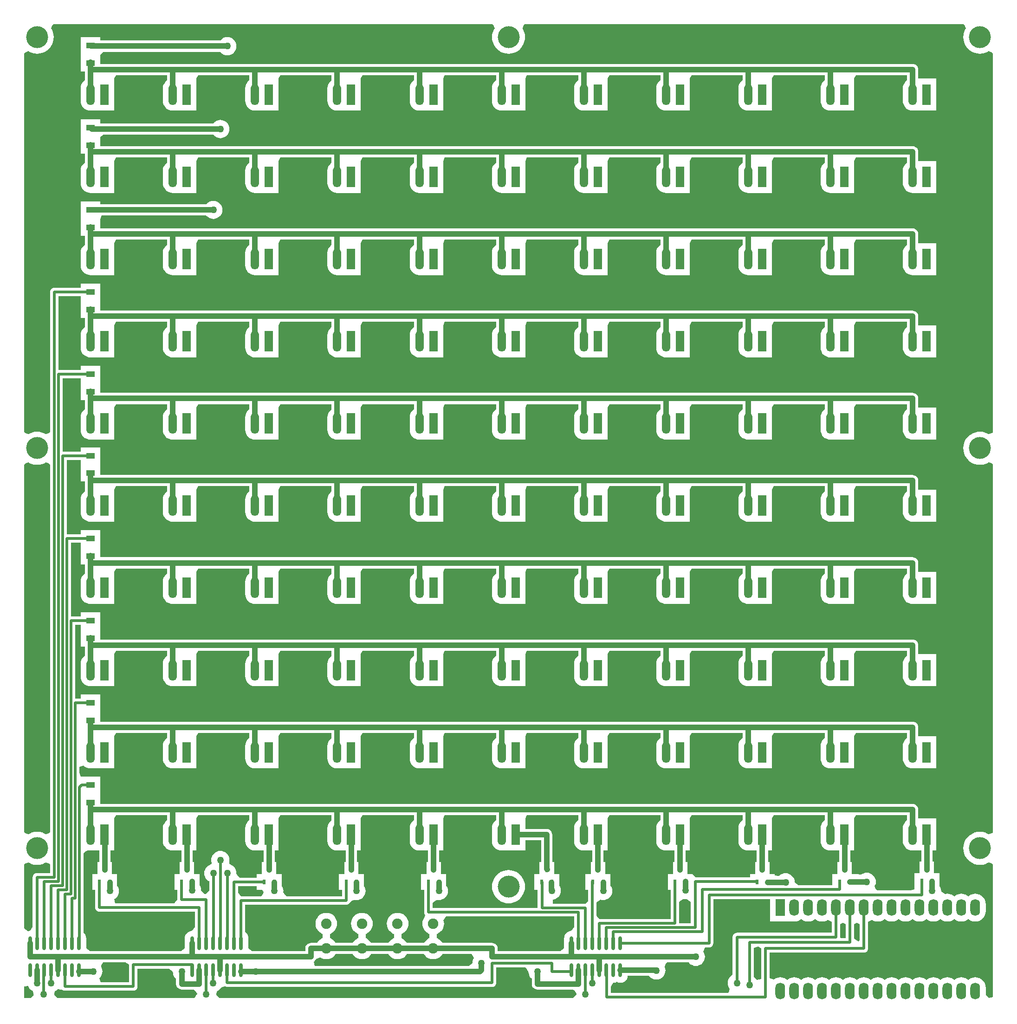
<source format=gtl>
%FSTAX23Y23*%
%MOIN*%
%SFA1B1*%

%IPPOS*%
%ADD10O,0.027560X0.098430*%
%ADD11R,0.023620X0.033470*%
%ADD12R,0.059060X0.039370*%
%ADD13C,0.040000*%
%ADD14C,0.020000*%
%ADD15R,0.060000X0.150000*%
%ADD16O,0.060000X0.150000*%
%ADD17C,0.075000*%
%ADD18C,0.157480*%
%ADD19O,0.070000X0.120000*%
%ADD20R,0.070000X0.120000*%
%ADD21C,0.050000*%
%LNwordclock_v20-1*%
%LPD*%
G36*
X03276Y03155D02*
X03284Y03133D01*
X03279Y03124*
X03272Y03107*
X03268Y03089*
X03266Y0307*
X03268Y03052*
X03272Y03034*
X03279Y03016*
X03289Y03*
X03301Y02986*
X03315Y02974*
X03331Y02964*
X03349Y02957*
X03367Y02953*
X03385Y02951*
X03404Y02953*
X03422Y02957*
X03439Y02964*
X03448Y02969*
X0347Y02961*
X03478Y02954*
Y00234*
X0347Y00227*
X03448Y00219*
X03439Y00224*
X03422Y00231*
X03404Y00235*
X03385Y00237*
X03367Y00235*
X03349Y00231*
X03331Y00224*
X03315Y00214*
X03301Y00202*
X03289Y00188*
X03279Y00172*
X03272Y00154*
X03268Y00136*
X03266Y00118*
X03268Y00099*
X03272Y00081*
X03279Y00064*
X03289Y00048*
X03301Y00033*
X03315Y00021*
X03331Y00011*
X03349Y00004*
X03367Y0*
X03385Y-00001*
X03404Y0*
X03422Y00004*
X03439Y00011*
X03448Y00017*
X0347Y00008*
X03478Y00001*
Y-02639*
X0347Y-02646*
X03448Y-02655*
X03439Y-02649*
X03422Y-02642*
X03404Y-02638*
X03385Y-02636*
X03367Y-02638*
X03349Y-02642*
X03331Y-02649*
X03315Y-02659*
X03301Y-02671*
X03289Y-02685*
X03279Y-02701*
X03272Y-02719*
X03268Y-02737*
X03266Y-02755*
X03268Y-02774*
X03272Y-02792*
X03279Y-02809*
X03289Y-02825*
X03301Y-0284*
X03315Y-02852*
X03331Y-02862*
X03349Y-02869*
X03367Y-02873*
X03385Y-02875*
X03404Y-02873*
X03422Y-02869*
X03439Y-02862*
X03448Y-02856*
X0347Y-02865*
X03478Y-02872*
Y-03825*
X03448Y-03829*
X03427Y-03807*
Y-03757*
X03425Y-03742*
X03421Y-03728*
X03414Y-03715*
X03405Y-03703*
X03393Y-03694*
X0338Y-03687*
X03366Y-03683*
X03352Y-03681*
X03337Y-03683*
X03323Y-03687*
X0331Y-03694*
X03302Y-03701*
X03293Y-03694*
X0328Y-03687*
X03266Y-03683*
X03252Y-03681*
X03237Y-03683*
X03223Y-03687*
X0321Y-03694*
X03202Y-03701*
X03193Y-03694*
X0318Y-03687*
X03166Y-03683*
X03152Y-03681*
X03137Y-03683*
X03123Y-03687*
X0311Y-03694*
X03102Y-03701*
X03093Y-03694*
X0308Y-03687*
X03066Y-03683*
X03052Y-03681*
X03037Y-03683*
X03023Y-03687*
X0301Y-03694*
X03002Y-03701*
X02993Y-03694*
X0298Y-03687*
X02966Y-03683*
X02952Y-03681*
X02937Y-03683*
X02923Y-03687*
X0291Y-03694*
X02902Y-03701*
X02893Y-03694*
X0288Y-03687*
X02866Y-03683*
X02852Y-03681*
X02837Y-03683*
X02823Y-03687*
X0281Y-03694*
X02802Y-03701*
X02793Y-03694*
X0278Y-03687*
X02766Y-03683*
X02752Y-03681*
X02737Y-03683*
X02723Y-03687*
X0271Y-03694*
X02702Y-03701*
X02693Y-03694*
X0268Y-03687*
X02666Y-03683*
X02652Y-03681*
X02637Y-03683*
X02623Y-03687*
X0261Y-03694*
X02602Y-03701*
X02593Y-03694*
X0258Y-03687*
X02566Y-03683*
X02552Y-03681*
X02537Y-03683*
X02523Y-03687*
X0251Y-03694*
X02502Y-03701*
X02493Y-03694*
X0248Y-03687*
X02466Y-03683*
X02452Y-03681*
X02437Y-03683*
X02423Y-03687*
X0241Y-03694*
X02402Y-03701*
X02393Y-03694*
X0238Y-03687*
X02366Y-03683*
X02352Y-03681*
X02337Y-03683*
X02323Y-03687*
X0231Y-03694*
X02302Y-03701*
X02293Y-03694*
X0228Y-03687*
X02266Y-03683*
X02252Y-03681*
X02237Y-03683*
X02223Y-03687*
X0221Y-03694*
X02202Y-03701*
X02193Y-03694*
X0218Y-03687*
X02166Y-03683*
X02152Y-03681*
X02137Y-03683*
X02123Y-03687*
X0211Y-03694*
X02102Y-03701*
X02093Y-03694*
X0208Y-03687*
X02066Y-03683*
X02052Y-03681*
X02037Y-03683*
X02023Y-03687*
X0201Y-03694*
X02002Y-03701*
X01993Y-03694*
X0198Y-03687*
X01966Y-03683*
X01952Y-03681*
X01937Y-03683*
X01923Y-03687*
X0191Y-03694*
X01905Y-03698*
X01883Y-03691*
X01875Y-03685*
Y-03505*
X02552*
X02559Y-03504*
X02567Y-03501*
X02573Y-03496*
X02578Y-0349*
X02581Y-03482*
X02582Y-03475*
Y-03284*
X02609Y-03269*
X0261Y-03269*
X02623Y-03276*
X02637Y-0328*
X02652Y-03282*
X02666Y-0328*
X0268Y-03276*
X02693Y-03269*
X02702Y-03262*
X0271Y-03269*
X02723Y-03276*
X02737Y-0328*
X02752Y-03282*
X02766Y-0328*
X0278Y-03276*
X02793Y-03269*
X02802Y-03262*
X0281Y-03269*
X02823Y-03276*
X02837Y-0328*
X02852Y-03282*
X02866Y-0328*
X0288Y-03276*
X02893Y-03269*
X02902Y-03262*
X0291Y-03269*
X02923Y-03276*
X02937Y-0328*
X02952Y-03282*
X02966Y-0328*
X0298Y-03276*
X02993Y-03269*
X03002Y-03262*
X0301Y-03269*
X03023Y-03276*
X03037Y-0328*
X03052Y-03282*
X03066Y-0328*
X0308Y-03276*
X03093Y-03269*
X03102Y-03262*
X0311Y-03269*
X03123Y-03276*
X03137Y-0328*
X03152Y-03282*
X03166Y-0328*
X0318Y-03276*
X03193Y-03269*
X03202Y-03262*
X0321Y-03269*
X03223Y-03276*
X03237Y-0328*
X03252Y-03282*
X03266Y-0328*
X0328Y-03276*
X03293Y-03269*
X03302Y-03262*
X0331Y-03269*
X03323Y-03276*
X03337Y-0328*
X03352Y-03282*
X03366Y-0328*
X0338Y-03276*
X03393Y-03269*
X03405Y-0326*
X03414Y-03248*
X03421Y-03235*
X03425Y-03221*
X03427Y-03207*
Y-03157*
X03425Y-03142*
X03421Y-03128*
X03414Y-03115*
X03405Y-03103*
X03393Y-03094*
X0338Y-03087*
X03366Y-03083*
X03352Y-03081*
X03337Y-03083*
X03323Y-03087*
X0331Y-03094*
X03302Y-03101*
X03293Y-03094*
X0328Y-03087*
X03266Y-03083*
X03252Y-03081*
X03237Y-03083*
X03223Y-03087*
X0321Y-03094*
X03202Y-03101*
X03193Y-03094*
X0318Y-03087*
X03166Y-03083*
X03152Y-03081*
X03137Y-03083*
X03135Y-03083*
X0313Y-03082*
X03109Y-03066*
X03107Y-03062*
X03106Y-0305*
X03102Y-03037*
X03096Y-03026*
X03094Y-03023*
Y-02935*
X03056*
Y-0285*
X03045*
Y-02772*
X03072*
Y-02542*
X02943*
Y-02477*
X02941Y-02467*
X02937Y-02457*
X02931Y-02449*
X02922Y-02442*
X02913Y-02438*
X02902Y-02437*
X-02932*
Y-02366*
Y-0236*
Y-0224*
X-03071*
X-03082Y-02215*
Y-02172*
X-03052Y-02161*
X-03052Y-02161*
X-03041Y-0217*
X-03029Y-02176*
X-03016Y-0218*
X-03002Y-02182*
X-03002Y-02182*
X-02972Y-02181*
X-02832*
Y-01951*
X-02819Y-01927*
X-02452*
Y-01964*
X-02461Y-01972*
X-0247Y-01982*
X-02477Y-01995*
X-02481Y-02008*
X-02482Y-02021*
Y-02111*
X-02481Y-02125*
X-02477Y-02138*
X-0247Y-02151*
X-02461Y-02161*
X-02451Y-0217*
X-02439Y-02176*
X-02425Y-0218*
X-02412Y-02182*
X-02412Y-02182*
X-02382Y-02181*
X-02242*
Y-01951*
X-02228Y-01927*
X-01862*
Y-01964*
X-01871Y-01972*
X-0188Y-01982*
X-01886Y-01995*
X-0189Y-02008*
X-01892Y-02021*
Y-02111*
X-0189Y-02125*
X-01886Y-02138*
X-0188Y-02151*
X-01871Y-02161*
X-0186Y-0217*
X-01848Y-02176*
X-01835Y-0218*
X-01821Y-02182*
X-01821Y-02182*
X-01791Y-02181*
X-01651*
Y-01951*
X-01638Y-01927*
X-01271*
Y-01964*
X-0128Y-01972*
X-01289Y-01982*
X-01296Y-01995*
X-013Y-02008*
X-01301Y-02021*
Y-02111*
X-013Y-02125*
X-01296Y-02138*
X-01289Y-02151*
X-0128Y-02161*
X-0127Y-0217*
X-01258Y-02176*
X-01244Y-0218*
X-01231Y-02182*
X-0123Y-02182*
X-01201Y-02181*
X-01061*
Y-01951*
X-01047Y-01927*
X-0068*
Y-01964*
X-0069Y-01972*
X-00699Y-01982*
X-00705Y-01995*
X-00709Y-02008*
X-0071Y-02021*
Y-02111*
X-00709Y-02125*
X-00705Y-02138*
X-00699Y-02151*
X-0069Y-02161*
X-00679Y-0217*
X-00667Y-02176*
X-00654Y-0218*
X-0064Y-02182*
X-0064Y-02182*
X-0061Y-02181*
X-0047*
Y-01951*
X-00457Y-01927*
X-0009*
Y-01964*
X-00099Y-01972*
X-00108Y-01982*
X-00114Y-01995*
X-00118Y-02008*
X-0012Y-02021*
Y-02111*
X-00118Y-02125*
X-00114Y-02138*
X-00108Y-02151*
X-00099Y-02161*
X-00089Y-0217*
X-00076Y-02176*
X-00063Y-0218*
X-0005Y-02182*
X-00049Y-02182*
X-0002Y-02181*
X0012*
Y-01951*
X00133Y-01927*
X005*
Y-01964*
X0049Y-01972*
X00482Y-01982*
X00475Y-01995*
X00471Y-02008*
X0047Y-02021*
Y-02111*
X00471Y-02125*
X00475Y-02138*
X00482Y-02151*
X0049Y-02161*
X00501Y-0217*
X00513Y-02176*
X00526Y-0218*
X0054Y-02182*
X0054Y-02182*
X0057Y-02181*
X0071*
Y-01951*
X00724Y-01927*
X0109*
Y-01964*
X01081Y-01972*
X01072Y-01982*
X01066Y-01995*
X01062Y-02008*
X0106Y-02021*
Y-02111*
X01062Y-02125*
X01066Y-02138*
X01072Y-02151*
X01081Y-02161*
X01092Y-0217*
X01104Y-02176*
X01117Y-0218*
X01131Y-02182*
X01131Y-02182*
X01161Y-02181*
X01301*
Y-01951*
X01314Y-01927*
X01681*
Y-01964*
X01671Y-01972*
X01663Y-01982*
X01656Y-01995*
X01652Y-02008*
X01651Y-02021*
Y-02111*
X01652Y-02125*
X01656Y-02138*
X01663Y-02151*
X01671Y-02161*
X01682Y-0217*
X01694Y-02176*
X01707Y-0218*
X01721Y-02182*
X01721Y-02182*
X01751Y-02181*
X01891*
Y-01951*
X01905Y-01927*
X02271*
Y-01964*
X02262Y-01972*
X02253Y-01982*
X02247Y-01995*
X02243Y-02008*
X02241Y-02021*
Y-02111*
X02243Y-02125*
X02247Y-02138*
X02253Y-02151*
X02262Y-02161*
X02273Y-0217*
X02285Y-02176*
X02298Y-0218*
X02312Y-02182*
X02312Y-02182*
X02342Y-02181*
X02482*
Y-01951*
X02495Y-01927*
X02862*
Y-01964*
X02853Y-01972*
X02844Y-01982*
X02837Y-01995*
X02833Y-02008*
X02832Y-02021*
Y-02111*
X02833Y-02125*
X02837Y-02138*
X02844Y-02151*
X02853Y-02161*
X02863Y-0217*
X02875Y-02176*
X02889Y-0218*
X02902Y-02182*
X02902Y-02182*
X02932Y-02181*
X03072*
Y-01951*
X02943*
Y-01887*
X02941Y-01876*
X02937Y-01866*
X02931Y-01858*
X02922Y-01852*
X02913Y-01848*
X02902Y-01846*
X-02932*
Y-018*
Y-01776*
Y-01746*
Y-0165*
X-03071*
Y-0168*
X-03112*
Y-0115*
X-03071*
Y-0118*
Y-0121*
Y-01306*
X-03043*
Y-01373*
X-03052Y-01381*
X-03061Y-01392*
X-03067Y-01404*
X-03071Y-01417*
X-03073Y-01431*
Y-01521*
X-03071Y-01535*
X-03067Y-01548*
X-03061Y-0156*
X-03052Y-01571*
X-03041Y-01579*
X-03029Y-01586*
X-03016Y-0159*
X-03002Y-01591*
X-03002Y-01591*
X-02972Y-01591*
X-02832*
Y-01361*
X-02819Y-01336*
X-02452*
Y-01373*
X-02461Y-01381*
X-0247Y-01392*
X-02477Y-01404*
X-02481Y-01417*
X-02482Y-01431*
Y-01521*
X-02481Y-01535*
X-02477Y-01548*
X-0247Y-0156*
X-02461Y-01571*
X-02451Y-01579*
X-02439Y-01586*
X-02425Y-0159*
X-02412Y-01591*
X-02412Y-01591*
X-02382Y-01591*
X-02242*
Y-01361*
X-02228Y-01336*
X-01862*
Y-01373*
X-01871Y-01381*
X-0188Y-01392*
X-01886Y-01404*
X-0189Y-01417*
X-01892Y-01431*
Y-01521*
X-0189Y-01535*
X-01886Y-01548*
X-0188Y-0156*
X-01871Y-01571*
X-0186Y-01579*
X-01848Y-01586*
X-01835Y-0159*
X-01821Y-01591*
X-01821Y-01591*
X-01791Y-01591*
X-01651*
Y-01361*
X-01638Y-01336*
X-01271*
Y-01373*
X-0128Y-01381*
X-01289Y-01392*
X-01296Y-01404*
X-013Y-01417*
X-01301Y-01431*
Y-01521*
X-013Y-01535*
X-01296Y-01548*
X-01289Y-0156*
X-0128Y-01571*
X-0127Y-01579*
X-01258Y-01586*
X-01244Y-0159*
X-01231Y-01591*
X-0123Y-01591*
X-01201Y-01591*
X-01061*
Y-01361*
X-01047Y-01336*
X-0068*
Y-01373*
X-0069Y-01381*
X-00699Y-01392*
X-00705Y-01404*
X-00709Y-01417*
X-0071Y-01431*
Y-01521*
X-00709Y-01535*
X-00705Y-01548*
X-00699Y-0156*
X-0069Y-01571*
X-00679Y-01579*
X-00667Y-01586*
X-00654Y-0159*
X-0064Y-01591*
X-0064Y-01591*
X-0061Y-01591*
X-0047*
Y-01361*
X-00457Y-01336*
X-0009*
Y-01373*
X-00099Y-01381*
X-00108Y-01392*
X-00114Y-01404*
X-00118Y-01417*
X-0012Y-01431*
Y-01521*
X-00118Y-01535*
X-00114Y-01548*
X-00108Y-0156*
X-00099Y-01571*
X-00089Y-01579*
X-00076Y-01586*
X-00063Y-0159*
X-0005Y-01591*
X-00049Y-01591*
X-0002Y-01591*
X0012*
Y-01361*
X00133Y-01336*
X005*
Y-01373*
X0049Y-01381*
X00482Y-01392*
X00475Y-01404*
X00471Y-01417*
X0047Y-01431*
Y-01521*
X00471Y-01535*
X00475Y-01548*
X00482Y-0156*
X0049Y-01571*
X00501Y-01579*
X00513Y-01586*
X00526Y-0159*
X0054Y-01591*
X0054Y-01591*
X0057Y-01591*
X0071*
Y-01361*
X00724Y-01336*
X0109*
Y-01373*
X01081Y-01381*
X01072Y-01392*
X01066Y-01404*
X01062Y-01417*
X0106Y-01431*
Y-01521*
X01062Y-01535*
X01066Y-01548*
X01072Y-0156*
X01081Y-01571*
X01092Y-01579*
X01104Y-01586*
X01117Y-0159*
X01131Y-01591*
X01131Y-01591*
X01161Y-01591*
X01301*
Y-01361*
X01314Y-01336*
X01681*
Y-01373*
X01671Y-01381*
X01663Y-01392*
X01656Y-01404*
X01652Y-01417*
X01651Y-01431*
Y-01521*
X01652Y-01535*
X01656Y-01548*
X01663Y-0156*
X01671Y-01571*
X01682Y-01579*
X01694Y-01586*
X01707Y-0159*
X01721Y-01591*
X01721Y-01591*
X01751Y-01591*
X01891*
Y-01361*
X01905Y-01336*
X02271*
Y-01373*
X02262Y-01381*
X02253Y-01392*
X02247Y-01404*
X02243Y-01417*
X02241Y-01431*
Y-01521*
X02243Y-01535*
X02247Y-01548*
X02253Y-0156*
X02262Y-01571*
X02273Y-01579*
X02285Y-01586*
X02298Y-0159*
X02312Y-01591*
X02312Y-01591*
X02342Y-01591*
X02482*
Y-01361*
X02495Y-01336*
X02862*
Y-01373*
X02853Y-01381*
X02844Y-01392*
X02837Y-01404*
X02833Y-01417*
X02832Y-01431*
Y-01521*
X02833Y-01535*
X02837Y-01548*
X02844Y-0156*
X02853Y-01571*
X02863Y-01579*
X02875Y-01586*
X02889Y-0159*
X02902Y-01591*
X02902Y-01591*
X02932Y-01591*
X03072*
Y-01361*
X02943*
Y-01296*
X02941Y-01286*
X02937Y-01276*
X02931Y-01268*
X02922Y-01261*
X02913Y-01257*
X02902Y-01256*
X-02932*
Y-0121*
Y-01186*
Y-01156*
Y-0106*
X-03071*
Y-0109*
X-03142*
Y-0056*
X-03071*
Y-0059*
Y-0062*
Y-00716*
X-03043*
Y-00783*
X-03052Y-00791*
X-03061Y-00801*
X-03067Y-00813*
X-03071Y-00827*
X-03073Y-0084*
Y-0093*
X-03071Y-00944*
X-03067Y-00957*
X-03061Y-00969*
X-03052Y-0098*
X-03041Y-00989*
X-03029Y-00995*
X-03016Y-00999*
X-03002Y-01001*
X-03002Y-01001*
X-02972Y-01*
X-02832*
Y-0077*
X-02819Y-00746*
X-02452*
Y-00783*
X-02461Y-00791*
X-0247Y-00801*
X-02477Y-00813*
X-02481Y-00827*
X-02482Y-0084*
Y-0093*
X-02481Y-00944*
X-02477Y-00957*
X-0247Y-00969*
X-02461Y-0098*
X-02451Y-00989*
X-02439Y-00995*
X-02425Y-00999*
X-02412Y-01001*
X-02412Y-01001*
X-02382Y-01*
X-02242*
Y-0077*
X-02228Y-00746*
X-01862*
Y-00783*
X-01871Y-00791*
X-0188Y-00801*
X-01886Y-00813*
X-0189Y-00827*
X-01892Y-0084*
Y-0093*
X-0189Y-00944*
X-01886Y-00957*
X-0188Y-00969*
X-01871Y-0098*
X-0186Y-00989*
X-01848Y-00995*
X-01835Y-00999*
X-01821Y-01001*
X-01821Y-01001*
X-01791Y-01*
X-01651*
Y-0077*
X-01638Y-00746*
X-01271*
Y-00783*
X-0128Y-00791*
X-01289Y-00801*
X-01296Y-00813*
X-013Y-00827*
X-01301Y-0084*
Y-0093*
X-013Y-00944*
X-01296Y-00957*
X-01289Y-00969*
X-0128Y-0098*
X-0127Y-00989*
X-01258Y-00995*
X-01244Y-00999*
X-01231Y-01001*
X-0123Y-01001*
X-01201Y-01*
X-01061*
Y-0077*
X-01047Y-00746*
X-0068*
Y-00783*
X-0069Y-00791*
X-00699Y-00801*
X-00705Y-00813*
X-00709Y-00827*
X-0071Y-0084*
Y-0093*
X-00709Y-00944*
X-00705Y-00957*
X-00699Y-00969*
X-0069Y-0098*
X-00679Y-00989*
X-00667Y-00995*
X-00654Y-00999*
X-0064Y-01001*
X-0064Y-01001*
X-0061Y-01*
X-0047*
Y-0077*
X-00457Y-00746*
X-0009*
Y-00783*
X-00099Y-00791*
X-00108Y-00801*
X-00114Y-00813*
X-00118Y-00827*
X-0012Y-0084*
Y-0093*
X-00118Y-00944*
X-00114Y-00957*
X-00108Y-00969*
X-00099Y-0098*
X-00089Y-00989*
X-00076Y-00995*
X-00063Y-00999*
X-0005Y-01001*
X-00049Y-01001*
X-0002Y-01*
X0012*
Y-0077*
X00133Y-00746*
X005*
Y-00783*
X0049Y-00791*
X00482Y-00801*
X00475Y-00813*
X00471Y-00827*
X0047Y-0084*
Y-0093*
X00471Y-00944*
X00475Y-00957*
X00482Y-00969*
X0049Y-0098*
X00501Y-00989*
X00513Y-00995*
X00526Y-00999*
X0054Y-01001*
X0054Y-01001*
X0057Y-01*
X0071*
Y-0077*
X00724Y-00746*
X0109*
Y-00783*
X01081Y-00791*
X01072Y-00801*
X01066Y-00813*
X01062Y-00827*
X0106Y-0084*
Y-0093*
X01062Y-00944*
X01066Y-00957*
X01072Y-00969*
X01081Y-0098*
X01092Y-00989*
X01104Y-00995*
X01117Y-00999*
X01131Y-01001*
X01131Y-01001*
X01161Y-01*
X01301*
Y-0077*
X01314Y-00746*
X01681*
Y-00783*
X01671Y-00791*
X01663Y-00801*
X01656Y-00813*
X01652Y-00827*
X01651Y-0084*
Y-0093*
X01652Y-00944*
X01656Y-00957*
X01663Y-00969*
X01671Y-0098*
X01682Y-00989*
X01694Y-00995*
X01707Y-00999*
X01721Y-01001*
X01721Y-01001*
X01751Y-01*
X01891*
Y-0077*
X01905Y-00746*
X02271*
Y-00783*
X02262Y-00791*
X02253Y-00801*
X02247Y-00813*
X02243Y-00827*
X02241Y-0084*
Y-0093*
X02243Y-00944*
X02247Y-00957*
X02253Y-00969*
X02262Y-0098*
X02273Y-00989*
X02285Y-00995*
X02298Y-00999*
X02312Y-01001*
X02312Y-01001*
X02342Y-01*
X02482*
Y-0077*
X02495Y-00746*
X02862*
Y-00783*
X02853Y-00791*
X02844Y-00801*
X02837Y-00813*
X02833Y-00827*
X02832Y-0084*
Y-0093*
X02833Y-00944*
X02837Y-00957*
X02844Y-00969*
X02853Y-0098*
X02863Y-00989*
X02875Y-00995*
X02889Y-00999*
X02902Y-01001*
X02902Y-01001*
X02932Y-01*
X03072*
Y-0077*
X02943*
Y-00706*
X02941Y-00695*
X02937Y-00685*
X02931Y-00677*
X02922Y-00671*
X02913Y-00667*
X02902Y-00665*
X-02932*
Y-0062*
Y-00596*
Y-00566*
Y-0047*
X-03071*
Y-005*
X-03172*
Y00034*
X-03071*
Y00004*
Y-00025*
Y-00121*
X-03043*
Y-00192*
X-03052Y-002*
X-03061Y-00211*
X-03067Y-00223*
X-03071Y-00236*
X-03073Y-0025*
Y-0034*
X-03071Y-00354*
X-03067Y-00367*
X-03061Y-00379*
X-03052Y-0039*
X-03041Y-00398*
X-03029Y-00405*
X-03016Y-00409*
X-03002Y-0041*
X-03002Y-0041*
X-02972Y-0041*
X-02832*
Y-0018*
X-02819Y-00155*
X-02452*
Y-00192*
X-02461Y-002*
X-0247Y-00211*
X-02477Y-00223*
X-02481Y-00236*
X-02482Y-0025*
Y-0034*
X-02481Y-00354*
X-02477Y-00367*
X-0247Y-00379*
X-02461Y-0039*
X-02451Y-00398*
X-02439Y-00405*
X-02425Y-00409*
X-02412Y-0041*
X-02412Y-0041*
X-02382Y-0041*
X-02242*
Y-0018*
X-02228Y-00155*
X-01862*
Y-00192*
X-01871Y-002*
X-0188Y-00211*
X-01886Y-00223*
X-0189Y-00236*
X-01892Y-0025*
Y-0034*
X-0189Y-00354*
X-01886Y-00367*
X-0188Y-00379*
X-01871Y-0039*
X-0186Y-00398*
X-01848Y-00405*
X-01835Y-00409*
X-01821Y-0041*
X-01821Y-0041*
X-01791Y-0041*
X-01651*
Y-0018*
X-01638Y-00155*
X-01271*
Y-00192*
X-0128Y-002*
X-01289Y-00211*
X-01296Y-00223*
X-013Y-00236*
X-01301Y-0025*
Y-0034*
X-013Y-00354*
X-01296Y-00367*
X-01289Y-00379*
X-0128Y-0039*
X-0127Y-00398*
X-01258Y-00405*
X-01244Y-00409*
X-01231Y-0041*
X-0123Y-0041*
X-01201Y-0041*
X-01061*
Y-0018*
X-01047Y-00155*
X-0068*
Y-00192*
X-0069Y-002*
X-00699Y-00211*
X-00705Y-00223*
X-00709Y-00236*
X-0071Y-0025*
Y-0034*
X-00709Y-00354*
X-00705Y-00367*
X-00699Y-00379*
X-0069Y-0039*
X-00679Y-00398*
X-00667Y-00405*
X-00654Y-00409*
X-0064Y-0041*
X-0064Y-0041*
X-0061Y-0041*
X-0047*
Y-0018*
X-00457Y-00155*
X-0009*
Y-00192*
X-00099Y-002*
X-00108Y-00211*
X-00114Y-00223*
X-00118Y-00236*
X-0012Y-0025*
Y-0034*
X-00118Y-00354*
X-00114Y-00367*
X-00108Y-00379*
X-00099Y-0039*
X-00089Y-00398*
X-00076Y-00405*
X-00063Y-00409*
X-0005Y-0041*
X-00049Y-0041*
X-0002Y-0041*
X0012*
Y-0018*
X00133Y-00155*
X005*
Y-00192*
X0049Y-002*
X00482Y-00211*
X00475Y-00223*
X00471Y-00236*
X0047Y-0025*
Y-0034*
X00471Y-00354*
X00475Y-00367*
X00482Y-00379*
X0049Y-0039*
X00501Y-00398*
X00513Y-00405*
X00526Y-00409*
X0054Y-0041*
X0054Y-0041*
X0057Y-0041*
X0071*
Y-0018*
X00724Y-00155*
X0109*
Y-00192*
X01081Y-002*
X01072Y-00211*
X01066Y-00223*
X01062Y-00236*
X0106Y-0025*
Y-0034*
X01062Y-00354*
X01066Y-00367*
X01072Y-00379*
X01081Y-0039*
X01092Y-00398*
X01104Y-00405*
X01117Y-00409*
X01131Y-0041*
X01131Y-0041*
X01161Y-0041*
X01301*
Y-0018*
X01314Y-00155*
X01681*
Y-00192*
X01671Y-002*
X01663Y-00211*
X01656Y-00223*
X01652Y-00236*
X01651Y-0025*
Y-0034*
X01652Y-00354*
X01656Y-00367*
X01663Y-00379*
X01671Y-0039*
X01682Y-00398*
X01694Y-00405*
X01707Y-00409*
X01721Y-0041*
X01721Y-0041*
X01751Y-0041*
X01891*
Y-0018*
X01905Y-00155*
X02271*
Y-00192*
X02262Y-002*
X02253Y-00211*
X02247Y-00223*
X02243Y-00236*
X02241Y-0025*
Y-0034*
X02243Y-00354*
X02247Y-00367*
X02253Y-00379*
X02262Y-0039*
X02273Y-00398*
X02285Y-00405*
X02298Y-00409*
X02312Y-0041*
X02312Y-0041*
X02342Y-0041*
X02482*
Y-0018*
X02495Y-00155*
X02862*
Y-00192*
X02853Y-002*
X02844Y-00211*
X02837Y-00223*
X02833Y-00236*
X02832Y-0025*
Y-0034*
X02833Y-00354*
X02837Y-00367*
X02844Y-00379*
X02853Y-0039*
X02863Y-00398*
X02875Y-00405*
X02889Y-00409*
X02902Y-0041*
X02902Y-0041*
X02932Y-0041*
X03072*
Y-0018*
X02943*
Y-00115*
X02941Y-00105*
X02937Y-00095*
X02931Y-00086*
X02922Y-0008*
X02913Y-00076*
X02902Y-00075*
X-02932*
Y-00025*
Y-00001*
Y00028*
Y00124*
X-03071*
Y00094*
X-03202*
Y00619*
X-03071*
Y00589*
Y00559*
Y00463*
X-03043*
Y00397*
X-03052Y0039*
X-03061Y00379*
X-03067Y00367*
X-03071Y00354*
X-03073Y0034*
Y0025*
X-03071Y00236*
X-03067Y00223*
X-03061Y00211*
X-03052Y002*
X-03041Y00191*
X-03029Y00185*
X-03016Y00181*
X-03002Y00179*
X-03002Y00179*
X-02972Y0018*
Y0018*
X-02832*
Y0041*
X-02819Y00434*
X-02452*
Y00397*
X-02461Y0039*
X-0247Y00379*
X-02477Y00367*
X-02481Y00354*
X-02482Y0034*
Y0025*
X-02481Y00236*
X-02477Y00223*
X-0247Y00211*
X-02461Y002*
X-02451Y00191*
X-02439Y00185*
X-02425Y00181*
X-02412Y00179*
X-02412Y00179*
X-02382Y0018*
Y0018*
X-02242*
Y0041*
X-02228Y00434*
X-01862*
Y00397*
X-01871Y0039*
X-0188Y00379*
X-01886Y00367*
X-0189Y00354*
X-01892Y0034*
Y0025*
X-0189Y00236*
X-01886Y00223*
X-0188Y00211*
X-01871Y002*
X-0186Y00191*
X-01848Y00185*
X-01835Y00181*
X-01821Y00179*
X-01821Y00179*
X-01791Y0018*
Y0018*
X-01651*
Y0041*
X-01638Y00434*
X-01271*
Y00397*
X-0128Y0039*
X-01289Y00379*
X-01296Y00367*
X-013Y00354*
X-01301Y0034*
Y0025*
X-013Y00236*
X-01296Y00223*
X-01289Y00211*
X-0128Y002*
X-0127Y00191*
X-01258Y00185*
X-01244Y00181*
X-01231Y00179*
X-0123Y00179*
X-01201Y0018*
Y0018*
X-01061*
Y0041*
X-01047Y00434*
X-0068*
Y00397*
X-0069Y0039*
X-00699Y00379*
X-00705Y00367*
X-00709Y00354*
X-0071Y0034*
Y0025*
X-00709Y00236*
X-00705Y00223*
X-00699Y00211*
X-0069Y002*
X-00679Y00191*
X-00667Y00185*
X-00654Y00181*
X-0064Y00179*
X-0064Y00179*
X-0061Y0018*
Y0018*
X-0047*
Y0041*
X-00457Y00434*
X-0009*
Y00397*
X-00099Y0039*
X-00108Y00379*
X-00114Y00367*
X-00118Y00354*
X-0012Y0034*
Y0025*
X-00118Y00236*
X-00114Y00223*
X-00108Y00211*
X-00099Y002*
X-00089Y00191*
X-00076Y00185*
X-00063Y00181*
X-0005Y00179*
X-00049Y00179*
X-0002Y0018*
Y0018*
X0012*
Y0041*
X00133Y00434*
X005*
Y00397*
X0049Y0039*
X00482Y00379*
X00475Y00367*
X00471Y00354*
X0047Y0034*
Y0025*
X00471Y00236*
X00475Y00223*
X00482Y00211*
X0049Y002*
X00501Y00191*
X00513Y00185*
X00526Y00181*
X0054Y00179*
X0054Y00179*
X0057Y0018*
Y0018*
X0071*
Y0041*
X00724Y00434*
X0109*
Y00397*
X01081Y0039*
X01072Y00379*
X01066Y00367*
X01062Y00354*
X0106Y0034*
Y0025*
X01062Y00236*
X01066Y00223*
X01072Y00211*
X01081Y002*
X01092Y00191*
X01104Y00185*
X01117Y00181*
X01131Y00179*
X01131Y00179*
X01161Y0018*
Y0018*
X01301*
Y0041*
X01314Y00434*
X01681*
Y00397*
X01671Y0039*
X01663Y00379*
X01656Y00367*
X01652Y00354*
X01651Y0034*
Y0025*
X01652Y00236*
X01656Y00223*
X01663Y00211*
X01671Y002*
X01682Y00191*
X01694Y00185*
X01707Y00181*
X01721Y00179*
X01721Y00179*
X01751Y0018*
Y0018*
X01891*
Y0041*
X01905Y00434*
X02271*
Y00397*
X02262Y0039*
X02253Y00379*
X02247Y00367*
X02243Y00354*
X02241Y0034*
Y0025*
X02243Y00236*
X02247Y00223*
X02253Y00211*
X02262Y002*
X02273Y00191*
X02285Y00185*
X02298Y00181*
X02312Y00179*
X02312Y00179*
X02342Y0018*
Y0018*
X02482*
Y0041*
X02495Y00434*
X02862*
Y00397*
X02853Y0039*
X02844Y00379*
X02837Y00367*
X02833Y00354*
X02832Y0034*
Y0025*
X02833Y00236*
X02837Y00223*
X02844Y00211*
X02853Y002*
X02863Y00191*
X02875Y00185*
X02889Y00181*
X02902Y00179*
X02902Y00179*
X02932Y0018*
Y0018*
X03072*
Y0041*
X02943*
Y00475*
X02941Y00485*
X02937Y00495*
X02931Y00503*
X02922Y00509*
X02913Y00514*
X02902Y00515*
X-02932*
Y00559*
Y00583*
Y00613*
Y00709*
X-03071*
Y00679*
X-03232*
Y01209*
X-03071*
Y01179*
Y01149*
Y01053*
X-03043*
Y00988*
X-03052Y0098*
X-03061Y00969*
X-03067Y00957*
X-03071Y00944*
X-03073Y0093*
Y0084*
X-03071Y00827*
X-03067Y00813*
X-03061Y00801*
X-03052Y00791*
X-03041Y00782*
X-03029Y00775*
X-03016Y00771*
X-03002Y0077*
X-03002Y0077*
X-02972Y0077*
X-02832*
Y01*
X-02819Y01025*
X-02452*
Y00988*
X-02461Y0098*
X-0247Y00969*
X-02477Y00957*
X-02481Y00944*
X-02482Y0093*
Y0084*
X-02481Y00827*
X-02477Y00813*
X-0247Y00801*
X-02461Y00791*
X-02451Y00782*
X-02439Y00775*
X-02425Y00771*
X-02412Y0077*
X-02412Y0077*
X-02382Y0077*
X-02242*
Y01*
X-02228Y01025*
X-01862*
Y00988*
X-01871Y0098*
X-0188Y00969*
X-01886Y00957*
X-0189Y00944*
X-01892Y0093*
Y0084*
X-0189Y00827*
X-01886Y00813*
X-0188Y00801*
X-01871Y00791*
X-0186Y00782*
X-01848Y00775*
X-01835Y00771*
X-01821Y0077*
X-01821Y0077*
X-01791Y0077*
X-01651*
Y01*
X-01638Y01025*
X-01271*
Y00988*
X-0128Y0098*
X-01289Y00969*
X-01296Y00957*
X-013Y00944*
X-01301Y0093*
Y0084*
X-013Y00827*
X-01296Y00813*
X-01289Y00801*
X-0128Y00791*
X-0127Y00782*
X-01258Y00775*
X-01244Y00771*
X-01231Y0077*
X-0123Y0077*
X-01201Y0077*
X-01061*
Y01*
X-01047Y01025*
X-0068*
Y00988*
X-0069Y0098*
X-00699Y00969*
X-00705Y00957*
X-00709Y00944*
X-0071Y0093*
Y0084*
X-00709Y00827*
X-00705Y00813*
X-00699Y00801*
X-0069Y00791*
X-00679Y00782*
X-00667Y00775*
X-00654Y00771*
X-0064Y0077*
X-0064Y0077*
X-0061Y0077*
X-0047*
Y01*
X-00457Y01025*
X-0009*
Y00988*
X-00099Y0098*
X-00108Y00969*
X-00114Y00957*
X-00118Y00944*
X-0012Y0093*
Y0084*
X-00118Y00827*
X-00114Y00813*
X-00108Y00801*
X-00099Y00791*
X-00089Y00782*
X-00076Y00775*
X-00063Y00771*
X-0005Y0077*
X-00049Y0077*
X-0002Y0077*
X0012*
Y01*
X00133Y01025*
X005*
Y00988*
X0049Y0098*
X00482Y00969*
X00475Y00957*
X00471Y00944*
X0047Y0093*
Y0084*
X00471Y00827*
X00475Y00813*
X00482Y00801*
X0049Y00791*
X00501Y00782*
X00513Y00775*
X00526Y00771*
X0054Y0077*
X0054Y0077*
X0057Y0077*
X0071*
Y01*
X00724Y01025*
X0109*
Y00988*
X01081Y0098*
X01072Y00969*
X01066Y00957*
X01062Y00944*
X0106Y0093*
Y0084*
X01062Y00827*
X01066Y00813*
X01072Y00801*
X01081Y00791*
X01092Y00782*
X01104Y00775*
X01117Y00771*
X01131Y0077*
X01131Y0077*
X01161Y0077*
X01301*
Y01*
X01314Y01025*
X01681*
Y00988*
X01671Y0098*
X01663Y00969*
X01656Y00957*
X01652Y00944*
X01651Y0093*
Y0084*
X01652Y00827*
X01656Y00813*
X01663Y00801*
X01671Y00791*
X01682Y00782*
X01694Y00775*
X01707Y00771*
X01721Y0077*
X01721Y0077*
X01751Y0077*
X01891*
Y01*
X01905Y01025*
X02271*
Y00988*
X02262Y0098*
X02253Y00969*
X02247Y00957*
X02243Y00944*
X02241Y0093*
Y0084*
X02243Y00827*
X02247Y00813*
X02253Y00801*
X02262Y00791*
X02273Y00782*
X02285Y00775*
X02298Y00771*
X02312Y0077*
X02312Y0077*
X02342Y0077*
X02482*
Y01*
X02495Y01025*
X02862*
Y00988*
X02853Y0098*
X02844Y00969*
X02837Y00957*
X02833Y00944*
X02832Y0093*
Y0084*
X02833Y00827*
X02837Y00813*
X02844Y00801*
X02853Y00791*
X02863Y00782*
X02875Y00775*
X02889Y00771*
X02902Y0077*
X02902Y0077*
X02932Y0077*
X03072*
Y01*
X02943*
Y01065*
X02941Y01076*
X02937Y01085*
X02931Y01094*
X02922Y011*
X02913Y01104*
X02902Y01105*
X-02932*
Y01149*
Y01173*
Y01203*
Y01299*
X-03071*
Y01269*
X-03263*
X-0327Y01268*
X-03278Y01265*
X-03284Y01261*
X-03289Y01254*
X-03292Y01247*
X-03293Y01239*
Y00234*
X-03301Y00227*
X-03323Y00219*
X-03331Y00224*
X-03349Y00231*
X-03367Y00235*
X-03385Y00237*
X-03404Y00235*
X-03422Y00231*
X-03439Y00224*
X-03448Y00219*
X-0347Y00227*
X-03478Y00234*
Y02954*
X-0347Y02961*
X-03448Y02969*
X-03439Y02964*
X-03422Y02957*
X-03404Y02953*
X-03385Y02951*
X-03367Y02953*
X-03349Y02957*
X-03331Y02964*
X-03315Y02974*
X-03301Y02986*
X-03289Y03*
X-03279Y03016*
X-03272Y03034*
X-03268Y03052*
X-03266Y0307*
X-03268Y03089*
X-03272Y03107*
X-03279Y03124*
X-03284Y03133*
X-03276Y03155*
X-03269Y03163*
X-00116*
X-00109Y03155*
X-001Y03133*
X-00106Y03124*
X-00113Y03107*
X-00117Y03089*
X-00119Y0307*
X-00117Y03052*
X-00113Y03034*
X-00106Y03016*
X-00096Y03*
X-00084Y02986*
X-0007Y02974*
X-00054Y02964*
X-00036Y02957*
X-00018Y02953*
X0Y02951*
X00018Y02953*
X00036Y02957*
X00054Y02964*
X0007Y02974*
X00084Y02986*
X00096Y03*
X00106Y03016*
X00113Y03034*
X00117Y03052*
X00119Y0307*
X00117Y03089*
X00113Y03107*
X00106Y03124*
X001Y03133*
X00109Y03155*
X00116Y03163*
X03269*
X03276Y03155*
G37*
G36*
X-03439Y00011D02*
X-03422Y00004D01*
X-03404Y0*
X-03385Y-00001*
X-03367Y0*
X-03349Y00004*
X-03331Y00011*
X-03323Y00017*
X-03301Y00008*
X-03293Y00001*
Y-02639*
X-03301Y-02646*
X-03323Y-02654*
X-03331Y-02649*
X-03349Y-02642*
X-03367Y-02638*
X-03385Y-02636*
X-03404Y-02638*
X-03422Y-02642*
X-03439Y-02649*
X-03448Y-02655*
X-0347Y-02646*
X-03478Y-02639*
Y00001*
X-0347Y00008*
X-03448Y00017*
X-03439Y00011*
G37*
G36*
X01681Y-02555D02*
X01671Y-02562D01*
X01663Y-02573*
X01656Y-02585*
X01652Y-02598*
X01651Y-02612*
Y-02702*
X01652Y-02716*
X01656Y-02729*
X01663Y-02741*
X01671Y-02752*
X01682Y-0276*
X01694Y-02767*
X01707Y-02771*
X01721Y-02772*
X01721Y-02772*
X01751Y-02772*
X01783*
Y-02855*
X01772*
Y-0294*
X01734*
Y-02964*
X0134*
X01322Y-0294*
X01285*
Y-02855*
X01273*
Y-02772*
X01301*
Y-02542*
X01314Y-02518*
X01681*
Y-02555*
G37*
G36*
X-01862D02*
X-01871Y-02562D01*
X-0188Y-02573*
X-01886Y-02585*
X-0189Y-02598*
X-01892Y-02612*
Y-02702*
X-0189Y-02716*
X-01886Y-02729*
X-0188Y-02741*
X-01871Y-02752*
X-0186Y-0276*
X-01848Y-02767*
X-01835Y-02771*
X-01821Y-02772*
X-01821Y-02772*
X-01791Y-02772*
X-01759*
Y-02855*
X-01771*
Y-0294*
X-01808*
Y-02966*
X-0193*
X-01939Y-0296*
X-01954Y-02936*
X-01954Y-02935*
X-01955Y-02922*
X-01959Y-0291*
X-01965Y-02898*
X-01973Y-02888*
X-01983Y-0288*
X-01983Y-0288*
X-02006Y-02866*
X-02004Y-02841*
X-02004Y-0284*
X-02005Y-02827*
X-02009Y-02815*
X-02015Y-02803*
X-02023Y-02793*
X-02033Y-02785*
X-02045Y-02779*
X-02057Y-02775*
X-0207Y-02774*
X-02082Y-02775*
X-02095Y-02779*
X-02106Y-02785*
X-02116Y-02793*
X-02124Y-02803*
X-0213Y-02815*
X-02134Y-02827*
X-02135Y-0284*
X-02135Y-02841*
X-02133Y-02866*
X-02156Y-0288*
X-02156Y-0288*
X-02166Y-02888*
X-02174Y-02898*
X-0218Y-0291*
X-02184Y-02922*
X-02185Y-02935*
X-02184Y-02947*
X-0218Y-0296*
X-02174Y-02971*
X-02166Y-02981*
X-02156Y-02989*
X-0215Y-02992*
Y-03058*
X-02174Y-03083*
X-02186Y-03083*
X-02207Y-03057*
X-02208Y-03044*
X-02212Y-03032*
X-02218Y-03021*
X-0222Y-03018*
Y-0294*
X-02258*
Y-02855*
X-02269*
Y-02772*
X-02242*
Y-02542*
X-02228Y-02518*
X-01862*
Y-02555*
G37*
G36*
X02271D02*
X02262Y-02562D01*
X02253Y-02573*
X02247Y-02585*
X02243Y-02598*
X02241Y-02612*
Y-02702*
X02243Y-02716*
X02247Y-02729*
X02253Y-02741*
X02262Y-02752*
X02273Y-0276*
X02285Y-02767*
X02298Y-02771*
X02312Y-02772*
X02312Y-02772*
X02342Y-02772*
X02374*
Y-02855*
X02362*
Y-0294*
X02325*
Y-03019*
X02081*
X02055Y-03*
X02054Y-02987*
X0205Y-02975*
X02044Y-02963*
X02036Y-02953*
X02026Y-02945*
X02015Y-02939*
X02002Y-02935*
X0199Y-02934*
X01977Y-02935*
X01965Y-02939*
X01953Y-02945*
X01943Y-02953*
X01943Y-02954*
X01913Y-02949*
Y-0294*
X01875*
Y-02855*
X01864*
Y-02772*
X01891*
Y-02542*
X01905Y-02518*
X02271*
Y-02555*
G37*
G36*
X02862D02*
X02853Y-02562D01*
X02844Y-02573*
X02837Y-02585*
X02833Y-02598*
X02832Y-02612*
Y-02702*
X02833Y-02716*
X02837Y-02729*
X02844Y-02741*
X02853Y-02752*
X02863Y-0276*
X02875Y-02767*
X02889Y-02771*
X02902Y-02772*
X02902Y-02772*
X02932Y-02772*
X02964*
Y-0285*
X02953*
Y-02935*
X02915*
Y-03049*
X02889Y-03058*
X02645*
X02635Y-03044*
X02629Y-03028*
X02633Y-03022*
X02637Y-03009*
X02638Y-02997*
X02637Y-02984*
X02633Y-02972*
X02627Y-0296*
X02619Y-0295*
X02609Y-02942*
X02598Y-02936*
X02585Y-02932*
X02573Y-02931*
X0256Y-02932*
X02548Y-02936*
X02536Y-02942*
X02533Y-02945*
X02503Y-0294*
X02466*
Y-02855*
X02454*
Y-02772*
X02482*
Y-02542*
X02495Y-02518*
X02862*
Y-02555*
G37*
G36*
X-01271D02*
X-0128Y-02562D01*
X-01289Y-02573*
X-01296Y-02585*
X-013Y-02598*
X-01301Y-02612*
Y-02702*
X-013Y-02716*
X-01296Y-02729*
X-01289Y-02741*
X-0128Y-02752*
X-0127Y-0276*
X-01258Y-02767*
X-01244Y-02771*
X-01231Y-02772*
X-0123Y-02772*
X-01201Y-02772*
X-01169*
Y-02855*
X-0118*
Y-0294*
X-01218*
Y-03053*
X-01196*
Y-03099*
X-01595*
X-01596Y-03099*
X-01611Y-03082*
X-01617Y-03069*
X-01616Y-03062*
X-01617Y-03049*
X-01621Y-03037*
X-01627Y-03026*
X-0163Y-03023*
Y-0294*
X-01667*
Y-02855*
X-01679*
Y-02772*
X-01651*
Y-02542*
X-01638Y-02518*
X-01271*
Y-02555*
G37*
G36*
X-01808Y-03053D02*
X-0177D01*
X-01759Y-03071*
X-01763Y-03081*
X-01776Y-03099*
X-01921*
X-01939Y-03078*
X-01941Y-03073*
Y-03027*
X-01808*
Y-03053*
G37*
G36*
X0109Y-02555D02*
X01081Y-02562D01*
X01072Y-02573*
X01066Y-02585*
X01062Y-02598*
X0106Y-02612*
Y-02702*
X01062Y-02716*
X01066Y-02729*
X01072Y-02741*
X01081Y-02752*
X01092Y-0276*
X01104Y-02767*
X01117Y-02771*
X01131Y-02772*
X01131Y-02772*
X01161Y-02772*
X01193*
Y-02855*
X01181*
Y-0294*
X01144*
Y-03053*
X01165*
Y-03264*
X00653*
X00635Y-03243*
X00633Y-03238*
Y-03145*
X00641Y-03136*
X00663Y-03125*
X00667Y-03126*
X0068Y-03127*
X00692Y-03126*
X00705Y-03122*
X00716Y-03116*
X00726Y-03108*
X00734Y-03098*
X0074Y-03087*
X00744Y-03075*
X00745Y-03062*
X00744Y-03049*
X0074Y-03037*
X00734Y-03026*
X00732Y-03023*
Y-0294*
X00694*
Y-02855*
X00683*
Y-02772*
X0071*
Y-02542*
X00724Y-02518*
X0109*
Y-02555*
G37*
G36*
X-0009Y-02555D02*
X-00099Y-02562D01*
X-00108Y-02573*
X-00114Y-02585*
X-00118Y-02598*
X-0012Y-02612*
Y-02702*
X-00118Y-02716*
X-00114Y-02729*
X-00108Y-02741*
X-00099Y-02752*
X-00089Y-0276*
X-00076Y-02767*
X-00063Y-02771*
X-0005Y-02772*
X-00049Y-02772*
X-0002Y-02772*
X0012*
Y-02697*
X00234*
Y-02855*
X00223*
Y-0294*
X00186*
Y-03053*
X00209*
Y-03184*
X-00545*
Y-03146*
X-00539Y-03139*
X-00515Y-03126*
X-00513Y-03126*
X-005Y-03127*
X-00488Y-03126*
X-00475Y-03122*
X-00464Y-03116*
X-00454Y-03108*
X-00446Y-03098*
X-0044Y-03087*
X-00436Y-03075*
X-00435Y-03062*
X-00436Y-03049*
X-0044Y-03037*
X-00446Y-03026*
X-00449Y-03023*
Y-0294*
X-00486*
Y-02855*
X-00497*
Y-02772*
X-0047*
Y-02542*
X-00457Y-02518*
X-0009*
Y-02555*
G37*
G36*
X-0068Y-02555D02*
X-0069Y-02562D01*
X-00699Y-02573*
X-00705Y-02585*
X-00709Y-02598*
X-0071Y-02612*
Y-02702*
X-00709Y-02716*
X-00705Y-02729*
X-00699Y-02741*
X-0069Y-02752*
X-00679Y-0276*
X-00667Y-02767*
X-00654Y-02771*
X-0064Y-02772*
X-0064Y-02772*
X-0061Y-02772*
X-00578*
Y-02855*
X-0059*
Y-0294*
X-00627*
Y-03053*
X-00605*
Y-03214*
X-00604Y-03222*
X-00601Y-03229*
X-00597Y-03236*
X-00606Y-03253*
X-00613Y-03267*
X-00617Y-03282*
X-00619Y-03297*
X-00617Y-03312*
X-00613Y-03327*
X-00606Y-0334*
X-00596Y-03352*
X-00584Y-03361*
X-00571Y-03369*
X-00567Y-0337*
Y-03401*
X-00571Y-03402*
X-00584Y-03409*
X-00596Y-03419*
X-00606Y-03431*
X-00607Y-03434*
X-0073*
X-00732Y-03431*
X-00742Y-03419*
X-00753Y-03409*
X-00767Y-03402*
X-0077Y-03401*
Y-0337*
X-00767Y-03369*
X-00753Y-03361*
X-00742Y-03352*
X-00732Y-0334*
X-00725Y-03327*
X-0072Y-03312*
X-00719Y-03297*
X-0072Y-03282*
X-00725Y-03267*
X-00732Y-03253*
X-00742Y-03242*
X-00753Y-03232*
X-00767Y-03225*
X-00782Y-0322*
X-00797Y-03219*
X-00812Y-0322*
X-00827Y-03225*
X-0084Y-03232*
X-00852Y-03242*
X-00861Y-03253*
X-00869Y-03267*
X-00873Y-03282*
X-00875Y-03297*
X-00873Y-03312*
X-00869Y-03327*
X-00861Y-0334*
X-00852Y-03352*
X-0084Y-03361*
X-00827Y-03369*
X-00823Y-0337*
Y-03401*
X-00827Y-03402*
X-0084Y-03409*
X-00852Y-03419*
X-00861Y-03431*
X-00863Y-03434*
X-00986*
X-00988Y-03431*
X-00998Y-03419*
X-01009Y-03409*
X-01023Y-03402*
X-01026Y-03401*
Y-0337*
X-01023Y-03369*
X-01009Y-03361*
X-00998Y-03352*
X-00988Y-0334*
X-00981Y-03327*
X-00976Y-03312*
X-00975Y-03297*
X-00976Y-03282*
X-00981Y-03267*
X-00988Y-03253*
X-00998Y-03242*
X-01009Y-03232*
X-01023Y-03225*
X-01037Y-0322*
X-01053Y-03219*
X-01068Y-0322*
X-01082Y-03225*
X-01096Y-03232*
X-01108Y-03242*
X-01117Y-03253*
X-01125Y-03267*
X-01129Y-03282*
X-01131Y-03297*
X-01129Y-03312*
X-01125Y-03327*
X-01117Y-0334*
X-01108Y-03352*
X-01096Y-03361*
X-01082Y-03369*
X-01079Y-0337*
Y-03401*
X-01082Y-03402*
X-01096Y-03409*
X-01108Y-03419*
X-01117Y-03431*
X-01119Y-03434*
X-01242*
X-01244Y-03431*
X-01253Y-03419*
X-01265Y-03409*
X-01279Y-03402*
X-01282Y-03401*
Y-0337*
X-01279Y-03369*
X-01265Y-03361*
X-01253Y-03352*
X-01244Y-0334*
X-01237Y-03327*
X-01232Y-03312*
X-01231Y-03297*
X-01232Y-03282*
X-01237Y-03267*
X-01244Y-03253*
X-01253Y-03242*
X-01265Y-03232*
X-01279Y-03225*
X-01293Y-0322*
X-01309Y-03219*
X-01324Y-0322*
X-01338Y-03225*
X-01352Y-03232*
X-01364Y-03242*
X-01373Y-03253*
X-01381Y-03267*
X-01385Y-03282*
X-01386Y-03297*
X-01385Y-03312*
X-01381Y-03327*
X-01373Y-0334*
X-01364Y-03352*
X-01352Y-03361*
X-01338Y-03369*
X-01335Y-0337*
Y-03401*
X-01338Y-03402*
X-01352Y-03409*
X-01364Y-03419*
X-01373Y-03431*
X-01375Y-03434*
X-0142*
X-0143Y-03436*
X-0144Y-0344*
X-01448Y-03446*
X-01454Y-03454*
X-01458Y-03464*
X-0146Y-03475*
Y-03494*
X-01841*
X-01867Y-03473*
Y-03403*
X-01869Y-03389*
X-01874Y-03375*
X-01883Y-03364*
X-01891Y-03358*
Y-0316*
X-01166*
X-01158Y-03159*
X-01151Y-03156*
X-01144Y-03151*
X-0114Y-03145*
X-01139Y-03144*
X-01128Y-03134*
X-01112Y-03126*
X-01106Y-03126*
X-01104Y-03126*
X-01091Y-03127*
X-01078Y-03126*
X-01066Y-03122*
X-01055Y-03116*
X-01045Y-03108*
X-01037Y-03098*
X-01031Y-03087*
X-01027Y-03075*
X-01026Y-03062*
X-01027Y-03049*
X-01031Y-03037*
X-01037Y-03026*
X-01039Y-03023*
Y-0294*
X-01077*
Y-02855*
X-01088*
Y-02772*
X-01061*
Y-02542*
X-01047Y-02518*
X-0068*
Y-02555*
G37*
G36*
X-02452D02*
X-02461Y-02562D01*
X-0247Y-02573*
X-02477Y-02585*
X-02481Y-02598*
X-02482Y-02612*
Y-02702*
X-02481Y-02716*
X-02477Y-02729*
X-0247Y-02741*
X-02461Y-02752*
X-02451Y-0276*
X-02439Y-02767*
X-02425Y-02771*
X-02412Y-02772*
X-02412Y-02772*
X-02382Y-02772*
X-0235*
Y-02855*
X-02361*
Y-0294*
X-02399*
Y-03053*
X-02377*
Y-03125*
X-02394Y-03144*
X-02402Y-03149*
X-02825*
X-02831Y-03119*
X-02826Y-03117*
X-02816Y-03108*
X-02808Y-03099*
X-02802Y-03087*
X-02799Y-03075*
X-02797Y-03062*
X-02799Y-0305*
X-02802Y-03037*
X-02808Y-03026*
X-02811Y-03023*
Y-0294*
X-02848*
Y-02855*
X-0286*
Y-02772*
X-02832*
Y-02542*
X-02819Y-02518*
X-02452*
Y-02555*
G37*
G36*
X005D02*
X0049Y-02562D01*
X00482Y-02573*
X00475Y-02585*
X00471Y-02598*
X0047Y-02612*
Y-02702*
X00471Y-02716*
X00475Y-02729*
X00482Y-02741*
X0049Y-02752*
X00501Y-0276*
X00513Y-02767*
X00526Y-02771*
X0054Y-02772*
X0054Y-02772*
X0057Y-02772*
X00602*
Y-02855*
X0059*
Y-0294*
X00553*
Y-03053*
X00572*
Y-03128*
X0057Y-03133*
X00553Y-03154*
X00318*
X00317Y-03124*
X00322Y-03124*
X00335Y-0312*
X00346Y-03114*
X00356Y-03106*
X00364Y-03096*
X0037Y-03085*
X00374Y-03072*
X00375Y-0306*
X00374Y-03047*
X0037Y-03035*
X00364Y-03024*
Y-0294*
X00327*
Y-02855*
X00315*
Y-02657*
X00313Y-02647*
X00309Y-02637*
X00303Y-02628*
X00295Y-02622*
X00285Y-02618*
X00275Y-02617*
X0012*
Y-02542*
X00133Y-02518*
X005*
Y-02555*
G37*
G36*
X01258Y-03121D02*
X0127Y-03122D01*
X01279Y-03122*
X01286Y-03123*
X01307Y-0314*
X01309Y-03144*
Y-03294*
X01226*
Y-03141*
X01231Y-03134*
X01256Y-03121*
X01258Y-03121*
G37*
G36*
X-03439Y-02862D02*
X-03422Y-02869D01*
X-03404Y-02873*
X-03385Y-02875*
X-03367Y-02873*
X-03349Y-02869*
X-03331Y-02862*
X-03323Y-02856*
X-03301Y-02865*
X-03293Y-02872*
Y-02933*
X-03386*
X-03394Y-02934*
X-03401Y-02937*
X-03408Y-02942*
X-03412Y-02948*
X-03416Y-02956*
X-03417Y-02964*
Y-03322*
X-03436Y-03348*
X-03448Y-0335*
X-03451Y-03349*
X-03478Y-03331*
X-03478Y-03331*
Y-02872*
X-0347Y-02865*
X-03448Y-02856*
X-03439Y-02862*
G37*
G36*
X02421Y-03301D02*
Y-03399D01*
X02388*
X02382Y-03393*
Y-03301*
X02402Y-0329*
X02421Y-03301*
G37*
G36*
X02521D02*
Y-03417D01*
X02512Y-03423*
X02482Y-03405*
Y-03301*
X02502Y-0329*
X02521Y-03301*
G37*
G36*
X00472Y-03322D02*
X00453Y-03348D01*
X00439Y-0335*
X00426Y-03356*
X00414Y-03364*
X00406Y-03375*
X004Y-03389*
X00398Y-03403*
Y-03473*
X00372Y-03494*
X-00077*
Y-03475*
X-00079Y-03464*
X-00083Y-03454*
X-00089Y-03446*
X-00097Y-0344*
X-00107Y-03436*
X-00118Y-03434*
X-00474*
X-00476Y-03431*
X-00486Y-03419*
X-00498Y-03409*
X-00511Y-03402*
X-00514Y-03401*
Y-0337*
X-00511Y-03369*
X-00498Y-03361*
X-00486Y-03352*
X-00476Y-0334*
X-00469Y-03327*
X-00464Y-03312*
X-00463Y-03297*
X-00464Y-03282*
X-00467Y-03275*
X-00456Y-03254*
X-00447Y-03245*
X00472*
Y-03322*
G37*
G36*
X-03016Y-02771D02*
X-03002Y-02772D01*
X-03002Y-02772*
X-02972Y-02772*
X-0294*
Y-02855*
X-02952*
Y-0294*
X-02989*
Y-03053*
X-02968*
Y-0318*
X-02967Y-03187*
X-02964Y-03195*
X-02959Y-03201*
X-02953Y-03206*
X-02945Y-03209*
X-02937Y-0321*
X-02252*
Y-03322*
X-02271Y-03348*
X-02285Y-0335*
X-02298Y-03356*
X-0231Y-03364*
X-02318Y-03375*
X-02324Y-03389*
X-02326Y-03403*
Y-03473*
X-02352Y-03494*
X-03006*
X-03032Y-03473*
Y-03403*
X-03034Y-03389*
X-03039Y-03375*
X-03048Y-03364*
X-03052Y-03361*
Y-02789*
X-03042Y-02779*
X-03022Y-02769*
X-03016Y-02771*
G37*
G36*
X-00251Y-03538D02*
X-0025Y-03545D01*
X-00255Y-03555*
X-00259Y-03567*
X-0026Y-0358*
X-00286Y-03599*
X-00985*
X-00988Y-03599*
X-01039*
X-01042Y-03599*
X-01162*
X-01165Y-03599*
X-01216*
X-01219Y-03599*
X-01393*
X-01399Y-0357*
X-01399Y-03569*
X-01391Y-03563*
X-01385Y-03555*
X-01383Y-03551*
X-01357Y-0354*
X-01355Y-03539*
X-0135Y-0354*
X-01338Y-03546*
X-01324Y-0355*
X-01309Y-03552*
X-01293Y-0355*
X-01279Y-03546*
X-01265Y-03539*
X-01253Y-03529*
X-01244Y-03517*
X-01243Y-03515*
X-01119*
X-01117Y-03517*
X-01108Y-03529*
X-01096Y-03539*
X-01082Y-03546*
X-01068Y-0355*
X-01053Y-03552*
X-01037Y-0355*
X-01023Y-03546*
X-01009Y-03539*
X-00998Y-03529*
X-00988Y-03517*
X-00987Y-03515*
X-00863*
X-00861Y-03517*
X-00852Y-03529*
X-0084Y-03539*
X-00827Y-03546*
X-00812Y-0355*
X-00797Y-03552*
X-00782Y-0355*
X-00767Y-03546*
X-00753Y-03539*
X-00742Y-03529*
X-00732Y-03517*
X-00731Y-03515*
X-00607*
X-00606Y-03517*
X-00596Y-03529*
X-00584Y-03539*
X-00571Y-03546*
X-00556Y-0355*
X-00541Y-03552*
X-00526Y-0355*
X-00511Y-03546*
X-00498Y-03539*
X-00486Y-03529*
X-00476Y-03517*
X-00475Y-03515*
X-00264*
X-00251Y-03538*
G37*
G36*
X01877Y-03282D02*
X02027D01*
X02052Y-03282*
X02056Y-03281*
X02066Y-0328*
X0208Y-03276*
X02093Y-03269*
X02102Y-03262*
X0211Y-03269*
X02123Y-03276*
X02137Y-0328*
X02152Y-03282*
X02166Y-0328*
X0218Y-03276*
X02193Y-03269*
X02202Y-03262*
X0221Y-03269*
X02223Y-03276*
X02237Y-0328*
X02252Y-03282*
X02266Y-0328*
X0228Y-03276*
X02293Y-03269*
X02294Y-03269*
X02321Y-03284*
Y-03362*
X0164*
X01632Y-03363*
X01624Y-03366*
X01618Y-03371*
X01613Y-03377*
X0161Y-03385*
X01609Y-03393*
Y-03665*
X01603Y-03668*
X01593Y-03677*
X01585Y-03686*
X01579Y-03698*
X01575Y-0371*
X01574Y-03723*
X01575Y-03735*
X01579Y-03748*
X01585Y-03759*
X01589Y-03764*
X01585Y-03782*
X01577Y-03794*
X00735*
Y-03749*
X00753Y-03721*
X00767Y-03719*
X00778Y-03714*
X00789Y-03719*
X00803Y-03721*
X00817Y-03719*
X0083Y-03713*
X00841Y-03705*
X0085Y-03694*
X00855Y-0368*
X00856Y-03671*
X01009*
X01015Y-03679*
X01025Y-03687*
X01037Y-03693*
X01049Y-03697*
X01062Y-03698*
X01074Y-03697*
X01087Y-03693*
X01098Y-03687*
X01108Y-03679*
X01116Y-03669*
X01122Y-03657*
X01126Y-03645*
X01127Y-03633*
X01126Y-0362*
X01122Y-03608*
X0112Y-03605*
X01131Y-03581*
X01137Y-03575*
X01294*
X01298Y-03581*
X01308Y-03589*
X0132Y-03595*
X01332Y-03599*
X01345Y-036*
X01357Y-03599*
X01369Y-03595*
X01381Y-03589*
X01391Y-03581*
X01399Y-03571*
X01405Y-03559*
X01409Y-03547*
X0141Y-03535*
X01409Y-03522*
X01405Y-0351*
X01399Y-03498*
X01412Y-03468*
X0144*
X01447Y-03467*
X01455Y-03464*
X01461Y-03459*
X01466Y-03453*
X01469Y-03446*
X0147Y-03438*
Y-03119*
X01877*
Y-03282*
G37*
G36*
X01814Y-03475D02*
Y-03694D01*
X01784Y-03701*
X01784Y-037*
X01776Y-0369*
X01766Y-03682*
X0176Y-03679*
Y-0347*
X0179Y-03461*
X01814Y-03475*
G37*
G36*
X-02725Y-0359D02*
Y-03717D01*
X-02928*
X-02937Y-03687*
X-02935Y-03686*
X-02927Y-03676*
X-02921Y-03664*
X-02917Y-03652*
X-02916Y-0364*
X-02917Y-03627*
X-02921Y-03615*
X-02926Y-03605*
X-02924Y-03598*
X-02911Y-03575*
X-02752*
X-02725Y-0359*
G37*
G36*
X00125Y-03614D02*
X00142Y-0364D01*
X00144Y-03652*
X00147Y-03664*
X00153Y-03676*
X00162Y-03686*
X00167Y-0369*
Y-0373*
X00169Y-0374*
X00173Y-0375*
X00179Y-03758*
X00188Y-03764*
X00197Y-03768*
X00208Y-0377*
X00463*
X00474Y-03778*
X00488Y-038*
X00487Y-03804*
X00469Y-03828*
X00462Y-03832*
X-02075*
X-02098Y-03809*
X-02097Y-03799*
X-02092Y-03781*
X-02085Y-03777*
X-02075Y-03769*
X-02067Y-03759*
X-02067Y-03759*
X-02062Y-03755*
X-02043Y-03748*
X-0203Y-03748*
X-02029Y-03749*
X-02021Y-0375*
X-00118*
X-0011Y-03749*
X-00102Y-03746*
X-00096Y-03741*
X-00091Y-03735*
X-00088Y-03727*
X-00087Y-0372*
Y-0361*
X00117*
X00125Y-03614*
G37*
G36*
X-02412Y-0364D02*
X-0241Y-03652D01*
X-02407Y-03664*
X-02401Y-03676*
X-02392Y-03686*
X-02387Y-0369*
Y-0373*
X-02385Y-0374*
X-02381Y-0375*
X-02375Y-03758*
X-02366Y-03764*
X-02357Y-03768*
X-02346Y-0377*
X-0226*
X-02249Y-03779*
X-02236Y-038*
X-02237Y-03805*
X-02256Y-03829*
X-02262Y-03832*
X-0324*
X-03263Y-03809*
X-03262Y-03799*
X-03257Y-03781*
X-0325Y-03777*
X-03242Y-0377*
X-03237Y-03768*
X-0321Y-03769*
X-03205Y-03771*
X-03201Y-03774*
X-03194Y-03777*
X-03186Y-03778*
X-02695*
X-02687Y-03777*
X-02679Y-03774*
X-02673Y-03769*
X-02668Y-03763*
X-02665Y-03756*
X-02664Y-03748*
Y-0362*
X-02438*
X-02412Y-0364*
G37*
G36*
X-03447Y-03748D02*
X-03441Y-03759D01*
X-03432Y-03769*
X-03423Y-03777*
X-03416Y-03781*
X-03411Y-03799*
X-0341Y-03809*
X-03432Y-03832*
X-03478*
Y-03748*
X-03448Y-03743*
X-03447Y-03748*
G37*
%LNwordclock_v20-2*%
%LPC*%
G36*
X-0202Y0307D02*
X-02032Y03069D01*
X-02045Y03065*
X-02056Y03059*
X-02066Y03051*
X-0207Y03045*
X-02932*
Y03069*
X-03071*
Y02973*
Y02949*
Y02919*
Y02823*
X-03043*
Y02759*
X-03052Y02752*
X-03061Y02741*
X-03067Y02729*
X-03071Y02716*
X-03073Y02702*
Y02612*
X-03071Y02598*
X-03067Y02585*
X-03061Y02573*
X-03052Y02562*
X-03041Y02554*
X-03029Y02547*
X-03016Y02543*
X-03002Y02542*
X-03002Y02542*
X-02972Y02542*
X-02832*
Y02772*
X-02819Y02796*
X-02452*
Y02759*
X-02461Y02752*
X-0247Y02741*
X-02477Y02729*
X-02481Y02716*
X-02482Y02702*
Y02612*
X-02481Y02598*
X-02477Y02585*
X-0247Y02573*
X-02461Y02562*
X-02451Y02554*
X-02439Y02547*
X-02425Y02543*
X-02412Y02542*
X-02412Y02542*
X-02382Y02542*
X-02242*
Y02772*
X-02228Y02796*
X-01862*
Y02759*
X-01871Y02752*
X-0188Y02741*
X-01886Y02729*
X-0189Y02716*
X-01892Y02702*
Y02612*
X-0189Y02598*
X-01886Y02585*
X-0188Y02573*
X-01871Y02562*
X-0186Y02554*
X-01848Y02547*
X-01835Y02543*
X-01821Y02542*
X-01821Y02542*
X-01791Y02542*
X-01651*
Y02772*
X-01638Y02796*
X-01271*
Y02759*
X-0128Y02752*
X-01289Y02741*
X-01296Y02729*
X-013Y02716*
X-01301Y02702*
Y02612*
X-013Y02598*
X-01296Y02585*
X-01289Y02573*
X-0128Y02562*
X-0127Y02554*
X-01258Y02547*
X-01244Y02543*
X-01231Y02542*
X-0123Y02542*
X-01201Y02542*
X-01061*
Y02772*
X-01047Y02796*
X-0068*
Y02759*
X-0069Y02752*
X-00699Y02741*
X-00705Y02729*
X-00709Y02716*
X-0071Y02702*
Y02612*
X-00709Y02598*
X-00705Y02585*
X-00699Y02573*
X-0069Y02562*
X-00679Y02554*
X-00667Y02547*
X-00654Y02543*
X-0064Y02542*
X-0064Y02542*
X-0061Y02542*
X-0047*
Y02772*
X-00457Y02796*
X-0009*
Y02759*
X-00099Y02752*
X-00108Y02741*
X-00114Y02729*
X-00118Y02716*
X-0012Y02702*
Y02612*
X-00118Y02598*
X-00114Y02585*
X-00108Y02573*
X-00099Y02562*
X-00089Y02554*
X-00076Y02547*
X-00063Y02543*
X-0005Y02542*
X-00049Y02542*
X-0002Y02542*
X0012*
Y02772*
X00133Y02796*
X005*
Y02759*
X0049Y02752*
X00482Y02741*
X00475Y02729*
X00471Y02716*
X0047Y02702*
Y02612*
X00471Y02598*
X00475Y02585*
X00482Y02573*
X0049Y02562*
X00501Y02554*
X00513Y02547*
X00526Y02543*
X0054Y02542*
X0054Y02542*
X0057Y02542*
X0071*
Y02772*
X00724Y02796*
X0109*
Y02759*
X01081Y02752*
X01072Y02741*
X01066Y02729*
X01062Y02716*
X0106Y02702*
Y02612*
X01062Y02598*
X01066Y02585*
X01072Y02573*
X01081Y02562*
X01092Y02554*
X01104Y02547*
X01117Y02543*
X01131Y02542*
X01131Y02542*
X01161Y02542*
X01301*
Y02772*
X01314Y02796*
X01681*
Y02759*
X01671Y02752*
X01663Y02741*
X01656Y02729*
X01652Y02716*
X01651Y02702*
Y02612*
X01652Y02598*
X01656Y02585*
X01663Y02573*
X01671Y02562*
X01682Y02554*
X01694Y02547*
X01707Y02543*
X01721Y02542*
X01721Y02542*
X01751Y02542*
X01891*
Y02772*
X01905Y02796*
X02271*
Y02759*
X02262Y02752*
X02253Y02741*
X02247Y02729*
X02243Y02716*
X02241Y02702*
Y02612*
X02243Y02598*
X02247Y02585*
X02253Y02573*
X02262Y02562*
X02273Y02554*
X02285Y02547*
X02298Y02543*
X02312Y02542*
X02312Y02542*
X02342Y02542*
X02482*
Y02772*
X02495Y02796*
X02862*
Y02759*
X02853Y02752*
X02844Y02741*
X02837Y02729*
X02833Y02716*
X02832Y02702*
Y02612*
X02833Y02598*
X02837Y02585*
X02844Y02573*
X02853Y02562*
X02863Y02554*
X02875Y02547*
X02889Y02543*
X02902Y02542*
X02902Y02542*
X02932Y02542*
X03072*
Y02772*
X02943*
Y02837*
X02941Y02847*
X02937Y02857*
X02931Y02865*
X02922Y02872*
X02913Y02876*
X02902Y02877*
X-02932*
Y02919*
Y02943*
X-02911Y02964*
X-0207*
X-02066Y02958*
X-02056Y0295*
X-02045Y02944*
X-02032Y0294*
X-0202Y02939*
X-02007Y0294*
X-01995Y02944*
X-01983Y0295*
X-01973Y02958*
X-01965Y02968*
X-01959Y0298*
X-01955Y02992*
X-01954Y03005*
X-01955Y03017*
X-01959Y03029*
X-01965Y03041*
X-01973Y03051*
X-01983Y03059*
X-01995Y03065*
X-02007Y03069*
X-0202Y0307*
G37*
G36*
X-02932Y02479D02*
X-03071D01*
Y02383*
Y02359*
Y02329*
Y02233*
X-03043*
Y02169*
X-03052Y02161*
X-03061Y02151*
X-03067Y02138*
X-03071Y02125*
X-03073Y02111*
Y02021*
X-03071Y02008*
X-03067Y01995*
X-03061Y01982*
X-03052Y01972*
X-03041Y01963*
X-03029Y01956*
X-03016Y01952*
X-03002Y01951*
X-03002Y01951*
X-02972Y01951*
X-02832*
Y02181*
X-02819Y02206*
X-02452*
Y02169*
X-02461Y02161*
X-0247Y02151*
X-02477Y02138*
X-02481Y02125*
X-02482Y02111*
Y02021*
X-02481Y02008*
X-02477Y01995*
X-0247Y01982*
X-02461Y01972*
X-02451Y01963*
X-02439Y01956*
X-02425Y01952*
X-02412Y01951*
X-02412Y01951*
X-02382Y01951*
X-02242*
Y02181*
X-02228Y02206*
X-01862*
Y02169*
X-01871Y02161*
X-0188Y02151*
X-01886Y02138*
X-0189Y02125*
X-01892Y02111*
Y02021*
X-0189Y02008*
X-01886Y01995*
X-0188Y01982*
X-01871Y01972*
X-0186Y01963*
X-01848Y01956*
X-01835Y01952*
X-01821Y01951*
X-01821Y01951*
X-01791Y01951*
X-01651*
Y02181*
X-01638Y02206*
X-01271*
Y02169*
X-0128Y02161*
X-01289Y02151*
X-01296Y02138*
X-013Y02125*
X-01301Y02111*
Y02021*
X-013Y02008*
X-01296Y01995*
X-01289Y01982*
X-0128Y01972*
X-0127Y01963*
X-01258Y01956*
X-01244Y01952*
X-01231Y01951*
X-0123Y01951*
X-01201Y01951*
X-01061*
Y02181*
X-01047Y02206*
X-0068*
Y02169*
X-0069Y02161*
X-00699Y02151*
X-00705Y02138*
X-00709Y02125*
X-0071Y02111*
Y02021*
X-00709Y02008*
X-00705Y01995*
X-00699Y01982*
X-0069Y01972*
X-00679Y01963*
X-00667Y01956*
X-00654Y01952*
X-0064Y01951*
X-0064Y01951*
X-0061Y01951*
X-0047*
Y02181*
X-00457Y02206*
X-0009*
Y02169*
X-00099Y02161*
X-00108Y02151*
X-00114Y02138*
X-00118Y02125*
X-0012Y02111*
Y02021*
X-00118Y02008*
X-00114Y01995*
X-00108Y01982*
X-00099Y01972*
X-00089Y01963*
X-00076Y01956*
X-00063Y01952*
X-0005Y01951*
X-00049Y01951*
X-0002Y01951*
X0012*
Y02181*
X00133Y02206*
X005*
Y02169*
X0049Y02161*
X00482Y02151*
X00475Y02138*
X00471Y02125*
X0047Y02111*
Y02021*
X00471Y02008*
X00475Y01995*
X00482Y01982*
X0049Y01972*
X00501Y01963*
X00513Y01956*
X00526Y01952*
X0054Y01951*
X0054Y01951*
X0057Y01951*
X0071*
Y02181*
X00724Y02206*
X0109*
Y02169*
X01081Y02161*
X01072Y02151*
X01066Y02138*
X01062Y02125*
X0106Y02111*
Y02021*
X01062Y02008*
X01066Y01995*
X01072Y01982*
X01081Y01972*
X01092Y01963*
X01104Y01956*
X01117Y01952*
X01131Y01951*
X01131Y01951*
X01161Y01951*
X01301*
Y02181*
X01314Y02206*
X01681*
Y02169*
X01671Y02161*
X01663Y02151*
X01656Y02138*
X01652Y02125*
X01651Y02111*
Y02021*
X01652Y02008*
X01656Y01995*
X01663Y01982*
X01671Y01972*
X01682Y01963*
X01694Y01956*
X01707Y01952*
X01721Y01951*
X01721Y01951*
X01751Y01951*
X01891*
Y02181*
X01905Y02206*
X02271*
Y02169*
X02262Y02161*
X02253Y02151*
X02247Y02138*
X02243Y02125*
X02241Y02111*
Y02021*
X02243Y02008*
X02247Y01995*
X02253Y01982*
X02262Y01972*
X02273Y01963*
X02285Y01956*
X02298Y01952*
X02312Y01951*
X02312Y01951*
X02342Y01951*
X02482*
Y02181*
X02495Y02206*
X02862*
Y02169*
X02853Y02161*
X02844Y02151*
X02837Y02138*
X02833Y02125*
X02832Y02111*
Y02021*
X02833Y02008*
X02837Y01995*
X02844Y01982*
X02853Y01972*
X02863Y01963*
X02875Y01956*
X02889Y01952*
X02902Y01951*
X02902Y01951*
X02932Y01951*
X03072*
Y02181*
X02943*
Y02246*
X02941Y02257*
X02937Y02266*
X02931Y02275*
X02922Y02281*
X02913Y02285*
X02902Y02287*
X-02932*
Y02329*
Y02353*
X-02909Y02369*
X-0212*
X-02116Y02363*
X-02106Y02355*
X-02095Y02349*
X-02082Y02345*
X-0207Y02344*
X-02057Y02345*
X-02045Y02349*
X-02033Y02355*
X-02023Y02363*
X-02015Y02373*
X-02009Y02385*
X-02005Y02397*
X-02004Y0241*
X-02005Y02422*
X-02009Y02434*
X-02015Y02446*
X-02023Y02456*
X-02033Y02464*
X-02045Y0247*
X-02057Y02474*
X-0207Y02475*
X-02082Y02474*
X-02095Y0247*
X-02106Y02464*
X-02116Y02456*
X-0212Y0245*
X-02932*
Y02479*
G37*
G36*
X-0212Y01894D02*
X-02133Y01893D01*
X-02145Y01889*
X-02156Y01883*
X-02166Y01875*
X-02171Y01869*
X-02932*
Y01889*
X-03071*
Y01793*
Y01769*
Y01739*
Y01643*
X-03043*
Y01578*
X-03052Y01571*
X-03061Y0156*
X-03067Y01548*
X-03071Y01535*
X-03073Y01521*
Y01431*
X-03071Y01417*
X-03067Y01404*
X-03061Y01392*
X-03052Y01381*
X-03041Y01372*
X-03029Y01366*
X-03016Y01362*
X-03002Y01361*
X-03002Y01361*
X-02972Y01361*
X-02832*
Y01591*
X-02819Y01615*
X-02452*
Y01578*
X-02461Y01571*
X-0247Y0156*
X-02477Y01548*
X-02481Y01535*
X-02482Y01521*
Y01431*
X-02481Y01417*
X-02477Y01404*
X-0247Y01392*
X-02461Y01381*
X-02451Y01372*
X-02439Y01366*
X-02425Y01362*
X-02412Y01361*
X-02412Y01361*
X-02382Y01361*
X-02242*
Y01591*
X-02228Y01615*
X-01862*
Y01578*
X-01871Y01571*
X-0188Y0156*
X-01886Y01548*
X-0189Y01535*
X-01892Y01521*
Y01431*
X-0189Y01417*
X-01886Y01404*
X-0188Y01392*
X-01871Y01381*
X-0186Y01372*
X-01848Y01366*
X-01835Y01362*
X-01821Y01361*
X-01821Y01361*
X-01791Y01361*
X-01651*
Y01591*
X-01638Y01615*
X-01271*
Y01578*
X-0128Y01571*
X-01289Y0156*
X-01296Y01548*
X-013Y01535*
X-01301Y01521*
Y01431*
X-013Y01417*
X-01296Y01404*
X-01289Y01392*
X-0128Y01381*
X-0127Y01372*
X-01258Y01366*
X-01244Y01362*
X-01231Y01361*
X-0123Y01361*
X-01201Y01361*
X-01061*
Y01591*
X-01047Y01615*
X-0068*
Y01578*
X-0069Y01571*
X-00699Y0156*
X-00705Y01548*
X-00709Y01535*
X-0071Y01521*
Y01431*
X-00709Y01417*
X-00705Y01404*
X-00699Y01392*
X-0069Y01381*
X-00679Y01372*
X-00667Y01366*
X-00654Y01362*
X-0064Y01361*
X-0064Y01361*
X-0061Y01361*
X-0047*
Y01591*
X-00457Y01615*
X-0009*
Y01578*
X-00099Y01571*
X-00108Y0156*
X-00114Y01548*
X-00118Y01535*
X-0012Y01521*
Y01431*
X-00118Y01417*
X-00114Y01404*
X-00108Y01392*
X-00099Y01381*
X-00089Y01372*
X-00076Y01366*
X-00063Y01362*
X-0005Y01361*
X-00049Y01361*
X-0002Y01361*
X0012*
Y01591*
X00133Y01615*
X005*
Y01578*
X0049Y01571*
X00482Y0156*
X00475Y01548*
X00471Y01535*
X0047Y01521*
Y01431*
X00471Y01417*
X00475Y01404*
X00482Y01392*
X0049Y01381*
X00501Y01372*
X00513Y01366*
X00526Y01362*
X0054Y01361*
X0054Y01361*
X0057Y01361*
X0071*
Y01591*
X00724Y01615*
X0109*
Y01578*
X01081Y01571*
X01072Y0156*
X01066Y01548*
X01062Y01535*
X0106Y01521*
Y01431*
X01062Y01417*
X01066Y01404*
X01072Y01392*
X01081Y01381*
X01092Y01372*
X01104Y01366*
X01117Y01362*
X01131Y01361*
X01131Y01361*
X01161Y01361*
X01301*
Y01591*
X01314Y01615*
X01681*
Y01578*
X01671Y01571*
X01663Y0156*
X01656Y01548*
X01652Y01535*
X01651Y01521*
Y01431*
X01652Y01417*
X01656Y01404*
X01663Y01392*
X01671Y01381*
X01682Y01372*
X01694Y01366*
X01707Y01362*
X01721Y01361*
X01721Y01361*
X01751Y01361*
X01891*
Y01591*
X01905Y01615*
X02271*
Y01578*
X02262Y01571*
X02253Y0156*
X02247Y01548*
X02243Y01535*
X02241Y01521*
Y01431*
X02243Y01417*
X02247Y01404*
X02253Y01392*
X02262Y01381*
X02273Y01372*
X02285Y01366*
X02298Y01362*
X02312Y01361*
X02312Y01361*
X02342Y01361*
X02482*
Y01591*
X02495Y01615*
X02862*
Y01578*
X02853Y01571*
X02844Y0156*
X02837Y01548*
X02833Y01535*
X02832Y01521*
Y01431*
X02833Y01417*
X02837Y01404*
X02844Y01392*
X02853Y01381*
X02863Y01372*
X02875Y01366*
X02889Y01362*
X02902Y01361*
X02902Y01361*
X02932Y01361*
X03072*
Y01591*
X02943*
Y01656*
X02941Y01666*
X02937Y01676*
X02931Y01684*
X02922Y01691*
X02913Y01695*
X02902Y01696*
X-02932*
Y01739*
Y01763*
X-02923Y01789*
X-02171*
X-02166Y01783*
X-02156Y01775*
X-02145Y01769*
X-02133Y01765*
X-0212Y01764*
X-02107Y01765*
X-02095Y01769*
X-02084Y01775*
X-02074Y01783*
X-02066Y01793*
X-0206Y01804*
X-02056Y01816*
X-02055Y01829*
X-02056Y01842*
X-0206Y01854*
X-02066Y01865*
X-02074Y01875*
X-02084Y01883*
X-02095Y01889*
X-02107Y01893*
X-0212Y01894*
G37*
G36*
X0Y-02912D02*
X-00018Y-02913D01*
X-00036Y-02918*
X-00054Y-02925*
X-0007Y-02935*
X-00084Y-02947*
X-00096Y-02961*
X-00106Y-02977*
X-00113Y-02994*
X-00117Y-03012*
X-00119Y-03031*
X-00117Y-0305*
X-00113Y-03068*
X-00106Y-03085*
X-00096Y-03101*
X-00084Y-03115*
X-0007Y-03127*
X-00054Y-03137*
X-00036Y-03144*
X-00018Y-03149*
X0Y-0315*
X00018Y-03149*
X00036Y-03144*
X00054Y-03137*
X0007Y-03127*
X00084Y-03115*
X00096Y-03101*
X00106Y-03085*
X00113Y-03068*
X00117Y-0305*
X00119Y-03031*
X00117Y-03012*
X00113Y-02994*
X00106Y-02977*
X00096Y-02961*
X00084Y-02947*
X0007Y-02935*
X00054Y-02925*
X00036Y-02918*
X00018Y-02913*
X0Y-02912*
G37*
%LNwordclock_v20-3*%
%LPD*%
G54D10*
X-03436Y-03631D03*
X-03386D03*
X-03336D03*
X-03286D03*
X-03236D03*
X-03186D03*
X-03136D03*
X-03086D03*
X-03436Y-03438D03*
X-03386D03*
X-03336D03*
X-03286D03*
X-03236D03*
X-03186D03*
X-03136D03*
X-03086D03*
X00453Y-03631D03*
X00503D03*
X00553D03*
X00603D03*
X00653D03*
X00703D03*
X00753D03*
X00803D03*
X00453Y-03438D03*
X00503D03*
X00553D03*
X00603D03*
X00653D03*
X00703D03*
X00753D03*
X00803D03*
X-01921D03*
X-01971D03*
X-02021D03*
X-02071D03*
X-02121D03*
X-02171D03*
X-02221D03*
X-02271D03*
X-01921Y-03631D03*
X-01971D03*
X-02021D03*
X-02071D03*
X-02121D03*
X-02171D03*
X-02221D03*
X-02271D03*
G54D11*
X-029Y-02912D03*
X-02863Y-02997D03*
X-02937D03*
X00275Y-02912D03*
X00312Y-02997D03*
X00238D03*
X-02309Y-02912D03*
X-02272Y-02997D03*
X-02347D03*
X-01719Y-02912D03*
X-01682Y-02997D03*
X-01756D03*
X-01128Y-02912D03*
X-01091Y-02997D03*
X-01166D03*
X-00538Y-02912D03*
X-005Y-02997D03*
X-00575D03*
X00642Y-02912D03*
X0068Y-02997D03*
X00605D03*
X01233Y-02912D03*
X0127Y-02997D03*
X01195D03*
X01823Y-02912D03*
X01861Y-02997D03*
X01786D03*
X02414Y-02912D03*
X02451Y-02997D03*
X02377D03*
X03005Y-02907D03*
X03042Y-02992D03*
X02967D03*
G54D12*
X-03002Y-02426D03*
Y-023D03*
Y-01836D03*
Y-0171D03*
Y-01246D03*
Y-0112D03*
Y-00656D03*
Y-0053D03*
Y-00061D03*
Y00064D03*
Y00523D03*
Y00649D03*
Y01113D03*
Y01239D03*
Y01703D03*
Y01829D03*
Y02293D03*
Y02419D03*
Y02883D03*
Y03009D03*
G54D13*
X-0142Y-03475D02*
X-00118D01*
X0106Y-03631D02*
X01062Y-03633D01*
X00803Y-03631D02*
X0106D01*
X02451Y-02997D02*
X02572D01*
X-01921Y-0364D02*
X-01816D01*
X00651Y-03535D02*
X01345D01*
X-02221Y-0373D02*
Y-03631D01*
X-02346Y-0373D02*
X-02221D01*
X-02346D02*
Y-0364D01*
X00503Y-0373D02*
Y-03631D01*
X00208Y-0373D02*
X00503D01*
X00208D02*
Y-0364D01*
X-03086D02*
X-02981D01*
X-03386Y-03723D02*
Y-03631D01*
X01861Y-03D02*
X0199D01*
X01861Y-02999D02*
X01861Y-03D01*
X-02271Y-03535D02*
Y-03438D01*
X-02071Y-03631D02*
Y-03536D01*
X-03236Y-03631D02*
Y-03536D01*
X-03436Y-03535D02*
Y-03438D01*
X00651Y-03535D02*
X00653Y-03536D01*
Y-03631D02*
Y-03536D01*
X00453Y-03531D02*
Y-03438D01*
X00309Y-03062D02*
Y-02999D01*
X0127Y-03057D02*
Y-02994D01*
X0068Y-03062D02*
Y-02999D01*
X-005Y-03062D02*
Y-02999D01*
X-01091Y-03062D02*
Y-02999D01*
X-01682Y-03062D02*
Y-02999D01*
X-02272Y-03057D02*
Y-02994D01*
X03042Y-03062D02*
Y-02995D01*
X-02863Y-03062D02*
Y-02999D01*
X03005Y-02912D02*
Y-02659D01*
X02414Y-02912D02*
Y-02659D01*
X01823Y-02912D02*
Y-02659D01*
X01233Y-02912D02*
Y-02659D01*
X00642Y-02912D02*
Y-02659D01*
X-00538Y-02912D02*
Y-02659D01*
X-01128Y-02912D02*
Y-02659D01*
X-01719Y-02912D02*
Y-02659D01*
X-02309Y-02912D02*
Y-02659D01*
X-02902Y-02657D02*
X-029Y-02659D01*
Y-02912D02*
Y-02659D01*
X-02992Y0241D02*
X-0207D01*
X-03002Y02419D02*
X-02992Y0241D01*
X-02997Y03005D02*
X-0202D01*
X-03002Y03009D02*
X-02997Y03005D01*
X-03002Y01829D02*
X-0212D01*
X-03002Y02837D02*
Y02888D01*
Y02246D02*
Y02297D01*
Y01656D02*
Y01707D01*
Y01065D02*
Y01116D01*
Y00475D02*
Y00526D01*
Y-00115D02*
Y-00064D01*
Y-00706D02*
Y-00655D01*
Y-01296D02*
Y-01245D01*
Y-01887D02*
Y-01836D01*
Y-02477D02*
Y-02426D01*
Y-02657D02*
Y-02477D01*
Y-02426D02*
X-03002Y-02426D01*
X02902Y-02657D02*
Y-02477D01*
X02312Y-02657D02*
Y-02477D01*
X01131Y-02657D02*
Y-02477D01*
X01721Y-02657D02*
Y-02477D01*
X-0005Y-02657D02*
Y-02477D01*
X0054Y-02657D02*
Y-02477D01*
X-01231Y-02657D02*
Y-02477D01*
X-0064Y-02657D02*
Y-02477D01*
X-02412Y-02657D02*
Y-02477D01*
X-01821Y-02657D02*
Y-02477D01*
X-03002D02*
X-02412D01*
X-01821*
X-01231*
X-0064*
X-0005*
X0054*
X01131*
X01721*
X02312*
X02902*
Y-02066D02*
Y-01887D01*
X02312Y-02066D02*
Y-01887D01*
X01131Y-02066D02*
Y-01887D01*
X01721Y-02066D02*
Y-01887D01*
X-0005Y-02066D02*
Y-01887D01*
X0054Y-02066D02*
Y-01887D01*
X-01231Y-02066D02*
Y-01887D01*
X-0064Y-02066D02*
Y-01887D01*
X-02412Y-02066D02*
Y-01887D01*
X-01821Y-02066D02*
Y-01887D01*
X-03002Y-02066D02*
Y-01887D01*
X-02412*
X-01821*
X-01231*
X-0064*
X-0005*
X0054*
X01131*
X01721*
X02312*
X02902*
Y-01476D02*
Y-01296D01*
X02312Y-01476D02*
Y-01296D01*
X01131Y-01476D02*
Y-01296D01*
X01721Y-01476D02*
Y-01296D01*
X-0005Y-01476D02*
Y-01296D01*
X0054Y-01476D02*
Y-01296D01*
X-01231Y-01476D02*
Y-01296D01*
X-0064Y-01476D02*
Y-01296D01*
X-02412Y-01476D02*
Y-01296D01*
X-01821Y-01476D02*
Y-01296D01*
X-03002Y-01476D02*
Y-01296D01*
X-02412*
X-01821*
X-01231*
X-0064*
X-0005*
X0054*
X01131*
X01721*
X02312*
X02902*
Y-00885D02*
Y-00706D01*
X02312Y-00885D02*
Y-00706D01*
X01131Y-00885D02*
Y-00706D01*
X01721Y-00885D02*
Y-00706D01*
X-0005Y-00885D02*
Y-00706D01*
X0054Y-00885D02*
Y-00706D01*
X-01231Y-00885D02*
Y-00706D01*
X-0064Y-00885D02*
Y-00706D01*
X-02412Y-00885D02*
Y-00706D01*
X-01821Y-00885D02*
Y-00706D01*
X-03002Y-00885D02*
Y-00706D01*
X-02412*
X-01821*
X-01231*
X-0064*
X-0005*
X0054*
X01131*
X01721*
X02312*
X02902*
Y-00295D02*
Y-00115D01*
X02312Y-00295D02*
Y-00115D01*
X01131Y-00295D02*
Y-00115D01*
X01721Y-00295D02*
Y-00115D01*
X-0005Y-00295D02*
Y-00115D01*
X0054Y-00295D02*
Y-00115D01*
X-01231Y-00295D02*
Y-00115D01*
X-0064Y-00295D02*
Y-00115D01*
X-02412Y-00295D02*
Y-00115D01*
X-01821Y-00295D02*
Y-00115D01*
X-03002Y-00295D02*
Y-00115D01*
X-02412*
X-01821*
X-01231*
X-0064*
X-0005*
X0054*
X01131*
X01721*
X02312*
X02902*
Y00295D02*
Y00475D01*
X02312Y00295D02*
Y00475D01*
X01131Y00295D02*
Y00475D01*
X01721Y00295D02*
Y00475D01*
X-0005Y00295D02*
Y00475D01*
X0054Y00295D02*
Y00475D01*
X-01231Y00295D02*
Y00475D01*
X-0064Y00295D02*
Y00475D01*
X-02412Y00295D02*
Y00475D01*
X-01821Y00295D02*
Y00475D01*
X-03002Y00295D02*
Y00475D01*
X-02412*
X-01821*
X-01231*
X-0064*
X-0005*
X0054*
X01131*
X01721*
X02312*
X02902*
Y00885D02*
Y01065D01*
X02312Y00885D02*
Y01065D01*
X01131Y00885D02*
Y01065D01*
X01721Y00885D02*
Y01065D01*
X-0005Y00885D02*
Y01065D01*
X0054Y00885D02*
Y01065D01*
X-01231Y00885D02*
Y01065D01*
X-0064Y00885D02*
Y01065D01*
X-02412Y00885D02*
Y01065D01*
X-01821Y00885D02*
Y01065D01*
X-03002Y00885D02*
Y01065D01*
X-02412*
X-01821*
X-01231*
X-0064*
X-0005*
X0054*
X01131*
X01721*
X02312*
X02902*
Y01476D02*
Y01656D01*
X02312Y01476D02*
Y01656D01*
X01131Y01476D02*
Y01656D01*
X01721Y01476D02*
Y01656D01*
X-0005Y01476D02*
Y01656D01*
X0054Y01476D02*
Y01656D01*
X-01231Y01476D02*
Y01656D01*
X-0064Y01476D02*
Y01656D01*
X-02412Y01476D02*
Y01656D01*
X-01821Y01476D02*
Y01656D01*
X-03002Y01476D02*
Y01656D01*
X-02412*
X-01821*
X-01231*
X-0064*
X-0005*
X0054*
X01131*
X01721*
X02312*
X02902*
Y02066D02*
Y02246D01*
X02312Y02066D02*
Y02246D01*
X01131Y02066D02*
Y02246D01*
X01721Y02066D02*
Y02246D01*
X-0005Y02066D02*
Y02246D01*
X0054Y02066D02*
Y02246D01*
X-01231Y02066D02*
Y02246D01*
X-0064Y02066D02*
Y02246D01*
X-02412Y02066D02*
Y02246D01*
X-01821Y02066D02*
Y02246D01*
X-03002Y02066D02*
Y02246D01*
X-02412*
X-01821*
X-01231*
X-0064*
X-0005*
X0054*
X01131*
X01721*
X02312*
X02902*
X02312Y02837D02*
X02902D01*
X01721D02*
X02312D01*
X01131D02*
X01721D01*
X0054D02*
X01131D01*
X-0005D02*
X0054D01*
X-0064D02*
X-0005D01*
X-01231D02*
X-0064D01*
X-01821D02*
X-01231D01*
X-02412D02*
X-01821D01*
X-03002D02*
X-02412D01*
X-03002Y02657D02*
Y02837D01*
X-01821Y02657D02*
Y02837D01*
X-02412Y02657D02*
Y02837D01*
X-0064Y02657D02*
Y02837D01*
X-01231Y02657D02*
Y02837D01*
X0054Y02657D02*
Y02837D01*
X-0005Y02657D02*
Y02837D01*
X01721Y02657D02*
Y02837D01*
X01131Y02657D02*
Y02837D01*
X02312Y02657D02*
Y02837D01*
X02902Y02657D02*
Y02837D01*
X-01816Y-0364D02*
X-01219D01*
X-01218Y-0364*
X-01162*
X-01162Y-0364*
X-01042*
X-01041Y-0364*
X-00985*
X-00985Y-0364*
X-00205*
X-00118Y-03535D02*
X00651D01*
X-02271D02*
X-0142D01*
X-00205Y-0364D02*
X-00195Y-0363D01*
Y-0358*
X-0142Y-03535D02*
Y-03475D01*
X-00118Y-03535D02*
Y-03475D01*
X00275Y-02905D02*
X00277Y-02907D01*
X00275Y-02905D02*
Y-02657D01*
X0005D02*
X00275D01*
X-03436Y-03535D02*
X-02271D01*
G54D14*
X02967Y-03089D02*
Y-02992D01*
X0144Y-03089D02*
X02967D01*
X0144Y-03438D02*
Y-03089D01*
X02352Y-03393D02*
Y-03182D01*
X0164Y-03393D02*
X02352D01*
X0164Y-03723D02*
Y-03393D01*
X02452Y-0343D02*
Y-03182D01*
X0173Y-0343D02*
X02452D01*
X0173Y-03736D02*
Y-0343D01*
X02552Y-03475D02*
Y-03182D01*
X01845Y-03475D02*
X02552D01*
X01845Y-03825D02*
Y-03475D01*
X-02021Y-0372D02*
X-00118D01*
X-02021D02*
Y-03631D01*
X-00575Y-03214D02*
X00503D01*
X-00575D02*
Y-02997D01*
X-01921Y-03438D02*
Y-0313D01*
X-01971Y-03438D02*
Y-02997D01*
X00503Y-03438D02*
Y-03214D01*
X00553Y-03438D02*
Y-03184D01*
X00603Y-03438D02*
Y-02995D01*
X00653Y-03295D02*
X01195D01*
X00653Y-03438D02*
Y-03295D01*
X00753Y-03355D02*
X0139D01*
X00753Y-03438D02*
Y-03355D01*
X-02695Y-03748D02*
Y-0359D01*
X-03186Y-03748D02*
X-02695D01*
Y-0359D02*
X-02271D01*
Y-03631D02*
Y-0359D01*
X-03186Y-03748D02*
Y-03631D01*
X00705Y-03825D02*
Y-03631D01*
X-02171Y-0378D02*
Y-03631D01*
X-02121Y-03723D02*
Y-03631D01*
X-03286Y-03723D02*
Y-03631D01*
X-01921Y-0313D02*
X-01166D01*
Y-02997*
X-02171Y-03438D02*
Y-03125D01*
X-02347D02*
X-02171D01*
X-02347D02*
Y-02997D01*
X-01971D02*
X-01756D01*
X-0202Y-03436D02*
Y-02935D01*
X01195Y-03295D02*
Y-02997D01*
X00703Y-03325D02*
X0134D01*
X00703Y-03438D02*
Y-03325D01*
X00803Y-03438D02*
X0144D01*
X00313Y-0364D02*
Y-0358D01*
X00444Y-0364D02*
X00453Y-03631D01*
X00313Y-0364D02*
X00444D01*
X-00118Y-0372D02*
Y-0358D01*
X00313*
X0134Y-03325D02*
Y-02995D01*
X01784*
X0139Y-03355D02*
Y-0305D01*
X02377*
Y-02997*
X0024Y-03184D02*
X00553D01*
X0024D02*
Y-02997D01*
X-02071Y-03438D02*
X-0207Y-03436D01*
Y-0284*
X-0212Y-03437D02*
X-0212Y-03436D01*
Y-02935*
X00603Y-03723D02*
Y-03631D01*
X00553Y-03804D02*
Y-03647D01*
X00705Y-03825D02*
X01845D01*
X-03337Y-03631D02*
X-03336Y-03631D01*
X-03337Y-03805D02*
Y-03631D01*
X-03263Y01239D02*
X-03002D01*
X-03233Y00649D02*
X-03002D01*
X-03203Y00064D02*
X-03002D01*
X-03173Y-0053D02*
X-03002D01*
X-03143Y-0112D02*
X-03002D01*
X-03113Y-0171D02*
X-03002D01*
X-03083Y-03434D02*
Y-02317D01*
X-03065Y-023*
X-03002*
X-03386Y-03438D02*
Y-02964D01*
X-03336Y-03438D02*
Y-02994D01*
X-03286Y-03438D02*
Y-03024D01*
X-03386Y-02964D02*
X-03263D01*
Y01239*
X-03336Y-02994D02*
X-03233D01*
Y00649*
X-03236Y-03438D02*
Y-03054D01*
X-03286Y-03024D02*
X-03203D01*
Y00064*
X-03236Y-03054D02*
X-03173D01*
Y-0053*
X-03186Y-03438D02*
Y-03084D01*
X-03143*
Y-0112*
X-03136Y-03438D02*
Y-03114D01*
X-03113*
Y-0171*
X-02937Y-0318D02*
Y-02997D01*
Y-0318D02*
X-02221D01*
Y-03438D02*
Y-0318D01*
G54D15*
X-02902Y02657D03*
X-02312D03*
X-01721D03*
X-01131D03*
X-0054D03*
X0005D03*
X0064D03*
X01231D03*
X01821D03*
X02412D03*
X03002D03*
X-02902Y02066D03*
X-02312D03*
X-01721D03*
X-01131D03*
X-0054D03*
X0005D03*
X0064D03*
X01231D03*
X01821D03*
X02412D03*
X03002D03*
X-02902Y01476D03*
X-02312D03*
X-01721D03*
X-01131D03*
X-0054D03*
X0005D03*
X0064D03*
X01231D03*
X01821D03*
X02412D03*
X03002D03*
X-02902Y00885D03*
X-02312D03*
X-01721D03*
X-01131D03*
X-0054D03*
X0005D03*
X0064D03*
X01231D03*
X01821D03*
X02412D03*
X03002D03*
X-02902Y00295D03*
X-02312D03*
X-01721D03*
X-01131D03*
X-0054D03*
X0005D03*
X0064D03*
X01231D03*
X01821D03*
X02412D03*
X03002D03*
X-02902Y-00295D03*
X-02312D03*
X-01721D03*
X-01131D03*
X-0054D03*
X0005D03*
X0064D03*
X01231D03*
X01821D03*
X02412D03*
X03002D03*
X-02902Y-00885D03*
X-02312D03*
X-01721D03*
X-01131D03*
X-0054D03*
X0005D03*
X0064D03*
X01231D03*
X01821D03*
X02412D03*
X03002D03*
X-02902Y-01476D03*
X-02312D03*
X-01721D03*
X-01131D03*
X-0054D03*
X0005D03*
X0064D03*
X01231D03*
X01821D03*
X02412D03*
X03002D03*
X-02902Y-02066D03*
X-02312D03*
X-01721D03*
X-01131D03*
X-0054D03*
X0005D03*
X0064D03*
X01231D03*
X01821D03*
X02412D03*
X03002D03*
X-02902Y-02657D03*
X-02312D03*
X-01721D03*
X-01131D03*
X-0054D03*
X0005D03*
X0064D03*
X01231D03*
X01821D03*
X02412D03*
X03002D03*
G54D16*
X-03002Y02657D03*
X-02412D03*
X-01821D03*
X-01231D03*
X-0064D03*
X-0005D03*
X0054D03*
X01131D03*
X01721D03*
X02312D03*
X02902D03*
X-03002Y02066D03*
X-02412D03*
X-01821D03*
X-01231D03*
X-0064D03*
X-0005D03*
X0054D03*
X01131D03*
X01721D03*
X02312D03*
X02902D03*
X-03002Y01476D03*
X-02412D03*
X-01821D03*
X-01231D03*
X-0064D03*
X-0005D03*
X0054D03*
X01131D03*
X01721D03*
X02312D03*
X02902D03*
X-03002Y00885D03*
X-02412D03*
X-01821D03*
X-01231D03*
X-0064D03*
X-0005D03*
X0054D03*
X01131D03*
X01721D03*
X02312D03*
X02902D03*
X-03002Y00295D03*
X-02412D03*
X-01821D03*
X-01231D03*
X-0064D03*
X-0005D03*
X0054D03*
X01131D03*
X01721D03*
X02312D03*
X02902D03*
X-03002Y-00295D03*
X-02412D03*
X-01821D03*
X-01231D03*
X-0064D03*
X-0005D03*
X0054D03*
X01131D03*
X01721D03*
X02312D03*
X02902D03*
X-03002Y-00885D03*
X-02412D03*
X-01821D03*
X-01231D03*
X-0064D03*
X-0005D03*
X0054D03*
X01131D03*
X01721D03*
X02312D03*
X02902D03*
X-03002Y-01476D03*
X-02412D03*
X-01821D03*
X-01231D03*
X-0064D03*
X-0005D03*
X0054D03*
X01131D03*
X01721D03*
X02312D03*
X02902D03*
X-03002Y-02066D03*
X-02412D03*
X-01821D03*
X-01231D03*
X-0064D03*
X-0005D03*
X0054D03*
X01131D03*
X01721D03*
X02312D03*
X02902D03*
X-03002Y-02657D03*
X-02412D03*
X-01821D03*
X-01231D03*
X-0064D03*
X-0005D03*
X0054D03*
X01131D03*
X01721D03*
X02312D03*
X02902D03*
G54D17*
X-00797Y-03474D03*
X-00541D03*
X-00797Y-03297D03*
X-00541D03*
X-01309Y-03474D03*
X-01053D03*
X-01309Y-03297D03*
X-01053D03*
G54D18*
X-03385Y0307D03*
X03385D03*
Y-02755D03*
X-03385D03*
X0Y0307D03*
X-03385Y00118D03*
X03385D03*
X0Y-03031D03*
G54D19*
X01952Y-03782D03*
X02052D03*
X02152D03*
X02252D03*
X02352D03*
X02452D03*
X02552D03*
X02652D03*
X02752D03*
X02852D03*
X02952D03*
X03052D03*
X03152D03*
X03252D03*
X03352D03*
X02052Y-03182D03*
X02152D03*
X02252D03*
X02452D03*
X02352D03*
X02652D03*
X02552D03*
X02852D03*
X02752D03*
X03052D03*
X02952D03*
X03252D03*
X03152D03*
X03352D03*
G54D20*
X01952Y-03182D03*
G54D21*
X01062Y-03633D03*
X02573Y-02997D03*
X0173Y-03737D03*
X0164Y-03723D03*
X01345Y-03535D03*
X-02121Y-03723D03*
X-03286D03*
X-02981Y-0364D03*
X-03386Y-03723D03*
X-02346Y-0364D03*
X0199Y-03D03*
X-02863Y-03062D03*
X-02272Y-03057D03*
X-01682Y-03062D03*
X-01091D03*
X-005D03*
X0068D03*
X0127Y-03057D03*
X03042Y-03062D03*
X00208Y-0364D03*
X-01816D03*
X-0207Y0241D03*
X-0202Y03005D03*
X-0212Y01829D03*
X-00195Y-0358D03*
X0031Y-0306D03*
X-0207Y-0284D03*
X-0202Y-02935D03*
X-0212D03*
X00603Y-03723D03*
X00553Y-03804D03*
X-02172Y-03805D03*
X-03337D03*
M02*
</source>
